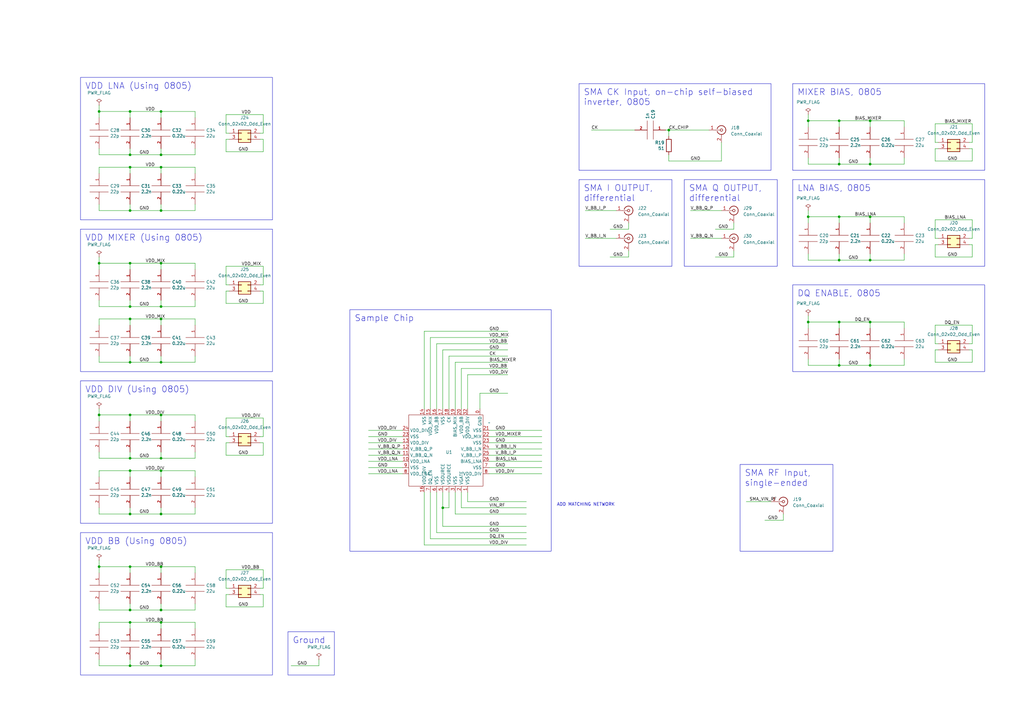
<source format=kicad_sch>
(kicad_sch (version 20250114) (generator "eeschema") (generator_version "9.0")
  (paper "A3")
  (lib_symbols
    (symbol "CCJ04403:CCJ04403" (in_bom no)
      (property "Reference" "U1" (at 0 -0.0314 0))
      (property "Value" "~" (at 16.51 12.0335 0))
      (symbol "CCJ04403_1_1"
        (pin power_in line (at -19.05 8.89 0) (length 2.54) (name "VDD_DIV") (number "24"))
        (pin power_in line (at -19.05 6.35 0) (length 2.54) (name "VSS") (number "23"))
        (pin power_in line (at -19.05 3.81 0) (length 2.54) (name "VDD_DIV") (number "13"))
        (pin output line (at -19.05 1.27 0) (length 2.54) (name "V_BB_Q_P") (number "12"))
        (pin output line (at -19.05 -1.27 0) (length 2.54) (name "V_BB_Q_N") (number "11"))
        (pin power_in line (at -19.05 -3.81 0) (length 2.54) (name "VDD_LNA") (number "10"))
        (pin power_in line (at -19.05 -6.35 0) (length 2.54) (name "VSS") (number "9"))
        (pin power_in line (at -19.05 -8.89 0) (length 2.54) (name "VDD_LNA") (number "8"))
        (pin power_in line (at -10.16 17.78 270) (length 2.54) (name "VSS") (number "14"))
        (pin power_in line (at -10.16 -16.51 90) (length 2.54) (name "VDD_DIV") (number "16"))
        (pin power_in line (at -7.62 17.78 270) (length 2.54) (name "VDD_MIX") (number "15"))
        (pin bidirectional line (at -7.62 -16.51 90) (length 2.54) (name "DQ_EN") (number "7"))
        (pin power_in line (at -5.08 17.78 270) (length 2.54) (name "VDD_BB") (number "16"))
        (pin power_in line (at -5.08 -16.51 90) (length 2.54) (name "VSS") (number "6"))
        (pin power_in line (at -2.54 17.78 270) (length 2.54) (name "VSS") (number "17"))
        (pin bidirectional line (at -2.54 -16.51 90) (length 2.54) (name "VSOURCE") (number "5"))
        (pin input line (at 0 17.78 270) (length 2.54) (name "CK") (number "18"))
        (pin bidirectional line (at 0 -16.51 90) (length 2.54) (name "VSOURCE") (number "4"))
        (pin bidirectional line (at 2.54 17.78 270) (length 2.54) (name "BIAS_MIX") (number "19"))
        (pin power_in line (at 2.54 -16.51 90) (length 2.54) (name "VSS") (number "3"))
        (pin power_in line (at 5.08 17.78 270) (length 2.54) (name "VDD_BB") (number "20"))
        (pin input line (at 5.08 -16.51 90) (length 2.54) (name "VGATE") (number "2"))
        (pin power_in line (at 7.62 17.78 270) (length 2.54) (name "VDD_DIV") (number "32"))
        (pin power_in line (at 7.62 -16.51 90) (length 2.54) (name "VSS") (number "1"))
        (pin power_in line (at 12.7 17.78 270) (length 2.54) (name "GND") (number "0"))
        (pin power_in line (at 16.51 8.89 180) (length 2.54) (name "VSS") (number "21"))
        (pin power_in line (at 16.51 6.35 180) (length 2.54) (name "VDD_MIX") (number "22"))
        (pin power_in line (at 16.51 3.81 180) (length 2.54) (name "VSS") (number "23"))
        (pin output line (at 16.51 1.27 180) (length 2.54) (name "V_BB_I_N") (number "24"))
        (pin output line (at 16.51 -1.27 180) (length 2.54) (name "V_BB_I_P") (number "25"))
        (pin bidirectional line (at 16.51 -3.81 180) (length 2.54) (name "BIAS_LNA") (number "26"))
        (pin power_in line (at 16.51 -6.35 180) (length 2.54) (name "VSS") (number "7"))
        (pin power_in line (at 16.51 -8.89 180) (length 2.54) (name "VDD_DIV") (number "8"))
      )
    )
    (symbol "Connector:Conn_Coaxial" (pin_names (offset 1.016) (hide yes))
      (property "Reference" "J" (at 0.254 3.048 0))
      (property "Value" "Conn_Coaxial" (at 2.921 0 90))
      (symbol "Conn_Coaxial_1_1"
        (pin passive line (at -5.08 0 0) (length 2.54) (name "In") (number "1"))
        (pin passive line (at 0 -5.08 90) (length 2.54) (name "Ext") (number "2"))
      )
    )
    (symbol "Connector_Generic:Conn_02x02_Odd_Even" (pin_names (offset 1.016) (hide yes))
      (property "Reference" "J" (at 1.27 2.54 0))
      (property "Value" "Conn_02x02_Odd_Even" (at 1.27 -5.08 0))
      (symbol "Conn_02x02_Odd_Even_1_1"
        (pin passive line (at -5.08 0 0) (length 3.81) (name "Pin_1") (number "1"))
        (pin passive line (at -5.08 -2.54 0) (length 3.81) (name "Pin_3") (number "3"))
        (pin passive line (at 7.62 0 180) (length 3.81) (name "Pin_2") (number "2"))
        (pin passive line (at 7.62 -2.54 180) (length 3.81) (name "Pin_4") (number "4"))
      )
    )
    (symbol "Connector_Generic:Conn_02x03_Odd_Even" (pin_names (offset 1.016) (hide yes))
      (property "Reference" "J" (at 1.27 5.08 0))
      (property "Value" "Conn_02x03_Odd_Even" (at 1.27 -5.08 0))
      (symbol "Conn_02x03_Odd_Even_1_1"
        (pin passive line (at -5.08 2.54 0) (length 3.81) (name "Pin_1") (number "1"))
        (pin passive line (at -5.08 0 0) (length 3.81) (name "Pin_3") (number "3"))
        (pin passive line (at -5.08 -2.54 0) (length 3.81) (name "Pin_5") (number "5"))
        (pin passive line (at 7.62 2.54 180) (length 3.81) (name "Pin_2") (number "2"))
        (pin passive line (at 7.62 0 180) (length 3.81) (name "Pin_4") (number "4"))
        (pin passive line (at 7.62 -2.54 180) (length 3.81) (name "Pin_6") (number "6"))
      )
    )
    (symbol "Device:R" (pin_numbers (hide yes)) (pin_names (offset 0))
      (property "Reference" "R" (at 2.032 0 90))
      (property "Value" "R" (at 0 0 90))
      (symbol "R_1_1"
        (pin passive line (at 0 3.81 270) (length 1.27) (name "~") (number "1"))
        (pin passive line (at 0 -3.81 90) (length 1.27) (name "~") (number "2"))
      )
    )
    (symbol "PWR_FLAG_1" (power) (pin_numbers (hide yes)) (pin_names (offset 0) (hide yes))
      (property "Value" "PWR_FLAG" (at 0 3.81 0))
      (symbol "PWR_FLAG_1_0_0"
        (pin power_out line (at 0 0 90) (length 0) (name "~") (number "1"))
      )
    )
    (symbol "pspice:C" (pin_names (offset 0.254))
      (property "Reference" "C" (at 2.54 3.81 90))
      (property "Value" "C" (at 2.54 -3.81 90))
      (symbol "C_1_1"
        (pin passive line (at 0 6.35 270) (length 5.08) (name "~") (number "1"))
        (pin passive line (at 0 -6.35 90) (length 5.08) (name "~") (number "2"))
      )
    )
  )
  (text "ADD MATCHING NETWORK\n" (at 240.284 207.01 0) (effects (font (size 1.27 1.27))))
  (text_box "VDD (Using 0805)" (at -118.11 193.04 0) (size 78.74 58.42) (margins 1.905 1.905 1.905 1.905) (effects (font (size 2.54 2.54)) (justify left top)))
  (text_box "DQ ENABLE, 0805" (at 325.12 116.84 0) (size 78.74 35.56) (margins 1.905 1.905 1.905 1.905) (effects (font (size 2.54 2.54)) (justify left top)))
  (text_box "VDD DIV (Using 0805)" (at 33.02 156.21 0) (size 78.74 58.42) (margins 1.905 1.905 1.905 1.905) (effects (font (size 2.54 2.54)) (justify left top)))
  (text_box "Digital Input, 3.3V to 1.8V, 0603" (at -177.8 -11.43 0) (size 68.58 35.56) (margins 1.905 1.905 1.905 1.905) (effects (font (size 2.54 2.54)) (justify left top)))
  (text_box "SMA CK Input, on-chip self-biased inverter, 0805" (at 237.49 34.29 0) (size 78.74 35.56) (margins 1.905 1.905 1.905 1.905) (effects (font (size 2.54 2.54)) (justify left top)))
  (text_box "Ground" (at 118.11 259.08 0) (size 19.05 17.78) (margins 1.905 1.905 1.905 1.905) (effects (font (size 2.54 2.54)) (justify left top)))
  (text_box "For Soldering Practice" (at -177.8 63.5 0) (size 48.26 41.91) (margins 1.905 1.905 1.905 1.905) (effects (font (size 2.54 2.54)) (justify left top)))
  (text_box "Ground" (at -147.32 195.58 0) (size 19.05 17.78) (margins 1.905 1.905 1.905 1.905) (effects (font (size 2.54 2.54)) (justify left top)))
  (text_box "Sample Chip" (at 143.51 127 0) (size 82.55 99.06) (margins 1.905 1.905 1.905 1.905) (effects (font (size 2.54 2.54)) (justify left top)))
  (text_box "Digital Output" (at -72.39 64.77 0) (size 34.29 31.75) (margins 1.905 1.905 1.905 1.905) (effects (font (size 2.54 2.54)) (justify left top)))
  (text_box "VDD BB (Using 0805)" (at 33.02 218.44 0) (size 78.74 58.42) (margins 1.905 1.905 1.905 1.905) (effects (font (size 2.54 2.54)) (justify left top)))
  (text_box "VDD MIXER (Using 0805)" (at 33.02 93.98 0) (size 78.74 58.42) (margins 1.905 1.905 1.905 1.905) (effects (font (size 2.54 2.54)) (justify left top)))
  (text_box "SMA I OUTPUT, \ndifferential" (at 237.49 73.66 0) (size 38.1 35.56) (margins 1.905 1.905 1.905 1.905) (effects (font (size 2.54 2.54)) (justify left top)))
  (text_box "Digital Input, 5V to 1.8V, 0603" (at -177.8 26.67 0) (size 68.58 35.56) (margins 1.905 1.905 1.905 1.905) (effects (font (size 2.54 2.54)) (justify left top)))
  (text_box "LNA BIAS, 0805" (at 325.12 73.66 0) (size 78.74 35.56) (margins 1.905 1.905 1.905 1.905) (effects (font (size 2.54 2.54)) (justify left top)))
  (text_box "Power Supply, 0805" (at -118.11 154.94 0) (size 78.74 35.56) (margins 1.905 1.905 1.905 1.905) (effects (font (size 2.54 2.54)) (justify left top)))
  (text_box "SMA RF Input, \nsingle-ended" (at 303.53 190.5 0) (size 38.1 35.56) (margins 1.905 1.905 1.905 1.905) (effects (font (size 2.54 2.54)) (justify left top)))
  (text_box "SMA Q OUTPUT, \ndifferential" (at 280.67 73.66 0) (size 38.1 35.56) (margins 1.905 1.905 1.905 1.905) (effects (font (size 2.54 2.54)) (justify left top)))
  (text_box "VDD LNA (Using 0805)" (at 33.02 31.75 0) (size 78.74 58.42) (margins 1.905 1.905 1.905 1.905) (effects (font (size 2.54 2.54)) (justify left top)))
  (text_box "SMA Input, \nsingle-ended" (at -199.39 193.04 0) (size 38.1 35.56) (margins 1.905 1.905 1.905 1.905) (effects (font (size 2.54 2.54)) (justify left top)))
  (text_box "SMA Input, on-chip self-biased inverter, 0603" (at -199.39 116.84 0) (size 78.74 35.56) (margins 1.905 1.905 1.905 1.905) (effects (font (size 2.54 2.54)) (justify left top)))
  (text_box "Power Supply, 0603" (at -199.39 154.94 0) (size 78.74 35.56) (margins 1.905 1.905 1.905 1.905) (effects (font (size 2.54 2.54)) (justify left top)))
  (text_box "SMA Input, on-chip self-biased inverter, 0805" (at -118.11 116.84 0) (size 78.74 35.56) (margins 1.905 1.905 1.905 1.905) (effects (font (size 2.54 2.54)) (justify left top)))
  (text_box "SMA OUTPUT, \ndifferential" (at -121.92 64.77 0) (size 38.1 35.56) (margins 1.905 1.905 1.905 1.905) (effects (font (size 2.54 2.54)) (justify left top)))
  (text_box "Digital Input, 5V to 1.8V, 0805" (at -106.68 26.67 0) (size 68.58 35.56) (margins 1.905 1.905 1.905 1.905) (effects (font (size 2.54 2.54)) (justify left top)))
  (text_box "Digital Input, 3.3V to 1.8V, 0805" (at -106.68 -11.43 0) (size 68.58 35.56) (margins 1.905 1.905 1.905 1.905) (effects (font (size 2.54 2.54)) (justify left top)))
  (text_box "MIXER BIAS, 0805" (at 325.12 34.29 0) (size 78.74 35.56) (margins 1.905 1.905 1.905 1.905) (effects (font (size 2.54 2.54)) (justify left top)))
  (junction (at -167.64 170.18))
  (junction (at 40.64 232.41))
  (junction (at -86.36 187.96))
  (junction (at 356.87 67.31))
  (junction (at -85.09 229.87))
  (junction (at -172.72 80.01))
  (junction (at 331.47 132.08))
  (junction (at 40.64 170.18))
  (junction (at 356.87 132.08))
  (junction (at 66.04 232.41))
  (junction (at 53.34 125.73))
  (junction (at 53.34 130.81))
  (junction (at 274.32 53.34))
  (junction (at -97.79 224.79))
  (junction (at 66.04 273.05))
  (junction (at -157.48 97.79))
  (junction (at -77.47 46.99))
  (junction (at -172.72 97.79))
  (junction (at -193.04 170.18))
  (junction (at -81.28 135.89))
  (junction (at 66.04 193.04))
  (junction (at -97.79 207.01))
  (junction (at -93.98 46.99))
  (junction (at 66.04 63.5))
  (junction (at -110.49 207.01))
  (junction (at 53.34 232.41))
  (junction (at 53.34 148.59))
  (junction (at 66.04 45.72))
  (junction (at -85.09 207.01))
  (junction (at 331.47 49.53))
  (junction (at 356.87 49.53))
  (junction (at -97.79 247.65))
  (junction (at 66.04 255.27))
  (junction (at -80.01 8.89))
  (junction (at 66.04 125.73))
  (junction (at 66.04 86.36))
  (junction (at 344.17 88.9))
  (junction (at 344.17 67.31))
  (junction (at 53.34 193.04))
  (junction (at 53.34 63.5))
  (junction (at -85.09 224.79))
  (junction (at -149.86 80.01))
  (junction (at 66.04 68.58))
  (junction (at 53.34 86.36))
  (junction (at 66.04 210.82))
  (junction (at 53.34 210.82))
  (junction (at -134.62 80.01))
  (junction (at 344.17 132.08))
  (junction (at -166.37 46.99))
  (junction (at 356.87 149.86))
  (junction (at 53.34 68.58))
  (junction (at -162.56 135.89))
  (junction (at 53.34 107.95))
  (junction (at 40.64 45.72))
  (junction (at -86.36 170.18))
  (junction (at 66.04 187.96))
  (junction (at 53.34 250.19))
  (junction (at -167.64 187.96))
  (junction (at -97.79 229.87))
  (junction (at 53.34 45.72))
  (junction (at -180.34 187.96))
  (junction (at 53.34 273.05))
  (junction (at 66.04 148.59))
  (junction (at -96.52 8.89))
  (junction (at -111.76 170.18))
  (junction (at -149.86 46.99))
  (junction (at 40.64 107.95))
  (junction (at 181.61 208.28))
  (junction (at 356.87 88.9))
  (junction (at -99.06 170.18))
  (junction (at -85.09 247.65))
  (junction (at 66.04 107.95))
  (junction (at -99.06 187.96))
  (junction (at 66.04 130.81))
  (junction (at 344.17 49.53))
  (junction (at 66.04 170.18))
  (junction (at -167.64 8.89))
  (junction (at -180.34 170.18))
  (junction (at 331.47 88.9))
  (junction (at -149.86 97.79))
  (junction (at 53.34 255.27))
  (junction (at 53.34 187.96))
  (junction (at -151.13 8.89))
  (junction (at 53.34 170.18))
  (junction (at 66.04 250.19))
  (junction (at -157.48 80.01))
  (junction (at 344.17 149.86))
  (junction (at -134.62 97.79))
  (junction (at 356.87 106.68))
  (junction (at 344.17 106.68))
  (wire (pts (xy -111.76 187.96) (xy -111.76 185.42)))
  (wire (pts (xy -58.42 215.9) (xy -57.15 215.9)))
  (wire (pts (xy -63.5 53.34) (xy -60.96 53.34)))
  (wire (pts (xy 80.01 107.95) (xy 66.04 107.95)))
  (wire (pts (xy -148.59 95.25) (xy -149.86 95.25)))
  (wire (pts (xy -82.55 59.69) (xy -77.47 59.69)))
  (wire (pts (xy 107.95 248.92) (xy 92.71 248.92)))
  (wire (pts (xy 40.64 68.58) (xy 40.64 71.12)))
  (wire (pts (xy 53.34 71.12) (xy 53.34 68.58)))
  (wire (pts (xy 344.17 52.07) (xy 344.17 49.53)))
  (wire (pts (xy 66.04 63.5) (xy 80.01 63.5)))
  (wire (pts (xy -151.13 8.89) (xy -151.13 10.16)))
  (wire (pts (xy 80.01 133.35) (xy 80.01 130.81)))
  (wire (pts (xy 181.61 167.64) (xy 181.61 143.51)))
  (wire (pts (xy 92.71 248.92) (xy 92.71 243.84)))
  (wire (pts (xy 383.54 90.17) (xy 383.54 97.79)))
  (wire (pts (xy -59.69 171.45) (xy -59.69 179.07)))
  (wire (pts (xy 40.64 86.36) (xy 40.64 83.82)))
  (wire (pts (xy -180.34 172.72) (xy -180.34 170.18)))
  (wire (pts (xy 40.64 210.82) (xy 53.34 210.82)))
  (wire (pts (xy -142.24 181.61) (xy -140.97 181.61)))
  (wire (pts (xy -59.69 179.07) (xy -58.42 179.07)))
  (wire (pts (xy 274.32 53.34) (xy 274.32 55.88)))
  (wire (pts (xy 106.68 241.3) (xy 107.95 241.3)))
  (wire (pts (xy 331.47 132.08) (xy 331.47 134.62)))
  (wire (pts (xy 151.13 179.07) (xy 165.1 179.07)))
  (wire (pts (xy 184.15 208.28) (xy 181.61 208.28)))
  (wire (pts (xy 106.68 57.15) (xy 107.95 57.15)))
  (wire (pts (xy 186.69 148.59) (xy 208.28 148.59)))
  (wire (pts (xy -93.98 36.83) (xy -93.98 35.56)))
  (wire (pts (xy 179.07 140.97) (xy 208.28 140.97)))
  (wire (pts (xy 331.47 106.68) (xy 331.47 104.14)))
  (wire (pts (xy -110.49 247.65) (xy -97.79 247.65)))
  (wire (pts (xy 200.66 194.31) (xy 222.25 194.31)))
  (wire (pts (xy -48.26 88.9) (xy -45.72 88.9)))
  (wire (pts (xy 398.78 58.42) (xy 398.78 50.8)))
  (wire (pts (xy -157.48 104.14) (xy -157.48 97.79)))
  (wire (pts (xy 40.64 167.64) (xy 40.64 170.18)))
  (wire (pts (xy 383.54 58.42) (xy 384.81 58.42)))
  (wire (pts (xy 200.66 191.77) (xy 222.25 191.77)))
  (wire (pts (xy -111.76 187.96) (xy -99.06 187.96)))
  (wire (pts (xy 92.71 179.07) (xy 93.98 179.07)))
  (wire (pts (xy -149.86 95.25) (xy -149.86 97.79)))
  (wire (pts (xy -142.24 171.45) (xy -127 171.45)))
  (wire (pts (xy -48.26 86.36) (xy -40.64 86.36)))
  (wire (pts (xy -77.47 55.88) (xy -77.47 59.69)))
  (wire (pts (xy -58.42 208.28) (xy -58.42 215.9)))
  (wire (pts (xy -44.45 181.61) (xy -44.45 186.69)))
  (wire (pts (xy -97.79 224.79) (xy -85.09 224.79)))
  (wire (pts (xy -115.57 13.97) (xy -115.57 1.27)))
  (wire (pts (xy 306.07 205.74) (xy 316.23 205.74)))
  (wire (pts (xy 53.34 187.96) (xy 53.34 185.42)))
  (wire (pts (xy 176.53 201.93) (xy 176.53 220.98)))
  (wire (pts (xy -73.66 1.27) (xy -73.66 13.97)))
  (wire (pts (xy -113.03 50.8) (xy -113.03 38.1)))
  (wire (pts (xy -45.72 58.42) (xy -63.5 58.42)))
  (wire (pts (xy 107.95 179.07) (xy 107.95 171.45)))
  (wire (pts (xy -43.18 76.2) (xy -67.31 76.2)))
  (wire (pts (xy 356.87 49.53) (xy 356.87 52.07)))
  (wire (pts (xy 40.64 273.05) (xy 40.64 270.51)))
  (wire (pts (xy -172.72 95.25) (xy -172.72 97.79)))
  (wire (pts (xy -97.79 207.01) (xy -110.49 207.01)))
  (wire (pts (xy -196.85 208.28) (xy -186.69 208.28)))
  (wire (pts (xy 383.54 50.8) (xy 398.78 50.8)))
  (wire (pts (xy 92.71 233.68) (xy 92.71 241.3)))
  (wire (pts (xy -167.64 187.96) (xy -153.67 187.96)))
  (wire (pts (xy -135.89 53.34) (xy -133.35 53.34)))
  (wire (pts (xy 53.34 63.5) (xy 66.04 63.5)))
  (wire (pts (xy -110.49 247.65) (xy -110.49 245.11)))
  (wire (pts (xy 92.71 124.46) (xy 92.71 119.38)))
  (wire (pts (xy 356.87 67.31) (xy 356.87 64.77)))
  (wire (pts (xy -163.83 135.89) (xy -162.56 135.89)))
  (wire (pts (xy 40.64 45.72) (xy 40.64 48.26)))
  (wire (pts (xy -45.72 93.98) (xy -63.5 93.98)))
  (wire (pts (xy -176.53 8.89) (xy -167.64 8.89)))
  (wire (pts (xy -40.64 86.36) (xy -40.64 73.66)))
  (wire (pts (xy 344.17 88.9) (xy 331.47 88.9)))
  (wire (pts (xy 383.54 148.59) (xy 383.54 143.51)))
  (wire (pts (xy 92.71 46.99) (xy 92.71 54.61)))
  (wire (pts (xy 331.47 67.31) (xy 344.17 67.31)))
  (wire (pts (xy 92.71 186.69) (xy 92.71 181.61)))
  (wire (pts (xy 40.64 187.96) (xy 40.64 185.42)))
  (wire (pts (xy -172.72 86.36) (xy -157.48 86.36)))
  (wire (pts (xy 119.38 273.05) (xy 130.81 273.05)))
  (wire (pts (xy 80.01 210.82) (xy 80.01 208.28)))
  (wire (pts (xy -189.23 215.9) (xy -181.61 215.9)))
  (wire (pts (xy -48.26 83.82) (xy -43.18 83.82)))
  (wire (pts (xy -85.09 247.65) (xy -71.12 247.65)))
  (wire (pts (xy 397.51 140.97) (xy 398.78 140.97)))
  (wire (pts (xy 331.47 88.9) (xy 331.47 91.44)))
  (wire (pts (xy -149.86 86.36) (xy -134.62 86.36)))
  (wire (pts (xy 92.71 116.84) (xy 93.98 116.84)))
  (wire (pts (xy 370.84 132.08) (xy 356.87 132.08)))
  (wire (pts (xy -127 181.61) (xy -127 186.69)))
  (wire (pts (xy -71.12 232.41) (xy -71.12 229.87)))
  (wire (pts (xy 331.47 86.36) (xy 331.47 88.9)))
  (wire (pts (xy -119.38 77.47) (xy -106.68 77.47)))
  (wire (pts (xy 189.23 208.28) (xy 215.9 208.28)))
  (wire (pts (xy 181.61 143.51) (xy 208.28 143.51)))
  (wire (pts (xy 66.04 125.73) (xy 66.04 123.19)))
  (wire (pts (xy 80.01 110.49) (xy 80.01 107.95)))
  (wire (pts (xy -118.11 3.81) (xy -142.24 3.81)))
  (wire (pts (xy 356.87 149.86) (xy 370.84 149.86)))
  (wire (pts (xy -149.86 104.14) (xy -134.62 104.14)))
  (wire (pts (xy -142.24 171.45) (xy -142.24 179.07)))
  (wire (pts (xy 107.95 243.84) (xy 107.95 248.92)))
  (wire (pts (xy 53.34 125.73) (xy 53.34 123.19)))
  (wire (pts (xy -99.06 187.96) (xy -99.06 185.42)))
  (wire (pts (xy 92.71 243.84) (xy 93.98 243.84)))
  (wire (pts (xy -128.27 179.07) (xy -127 179.07)))
  (wire (pts (xy 66.04 187.96) (xy 80.01 187.96)))
  (wire (pts (xy -96.52 -1.27) (xy -96.52 -2.54)))
  (wire (pts (xy 53.34 86.36) (xy 66.04 86.36)))
  (wire (pts (xy -63.5 88.9) (xy -60.96 88.9)))
  (wire (pts (xy 53.34 210.82) (xy 53.34 208.28)))
  (wire (pts (xy 107.95 62.23) (xy 92.71 62.23)))
  (wire (pts (xy -139.7 40.64) (xy -139.7 48.26)))
  (wire (pts (xy 53.34 273.05) (xy 53.34 270.51)))
  (wire (pts (xy 92.71 57.15) (xy 93.98 57.15)))
  (wire (pts (xy 107.95 57.15) (xy 107.95 62.23)))
  (wire (pts (xy 176.53 220.98) (xy 215.9 220.98)))
  (wire (pts (xy -157.48 80.01) (xy -157.48 77.47)))
  (wire (pts (xy 66.04 125.73) (xy 80.01 125.73)))
  (wire (pts (xy 274.32 66.04) (xy 295.91 66.04)))
  (wire (pts (xy -139.7 48.26) (xy -133.35 48.26)))
  (wire (pts (xy -172.72 21.59) (xy -167.64 21.59)))
  (wire (pts (xy 66.04 250.19) (xy 80.01 250.19)))
  (wire (pts (xy 173.99 167.64) (xy 173.99 135.89)))
  (wire (pts (xy -167.64 8.89) (xy -167.64 10.16)))
  (wire (pts (xy -85.09 229.87) (xy -85.09 232.41)))
  (wire (pts (xy -115.57 40.64) (xy -139.7 40.64)))
  (wire (pts (xy -110.49 224.79) (xy -97.79 224.79)))
  (wire (pts (xy -172.72 97.79) (xy -172.72 104.14)))
  (wire (pts (xy -101.6 21.59) (xy -96.52 21.59)))
  (wire (pts (xy -123.19 16.51) (xy -120.65 16.51)))
  (wire (pts (xy 53.34 48.26) (xy 53.34 45.72)))
  (wire (pts (xy 184.15 201.93) (xy 184.15 208.28)))
  (wire (pts (xy -134.62 97.79) (xy -134.62 95.25)))
  (wire (pts (xy 383.54 143.51) (xy 384.81 143.51)))
  (wire (pts (xy 250.19 93.98) (xy 257.81 93.98)))
  (wire (pts (xy -48.26 53.34) (xy -45.72 53.34)))
  (wire (pts (xy 331.47 106.68) (xy 344.17 106.68)))
  (wire (pts (xy -40.64 38.1) (xy -69.85 38.1)))
  (wire (pts (xy 80.01 172.72) (xy 80.01 170.18)))
  (wire (pts (xy -77.47 36.83) (xy -77.47 35.56)))
  (wire (pts (xy -113.03 135.89) (xy -95.25 135.89)))
  (wire (pts (xy 66.04 170.18) (xy 53.34 170.18)))
  (wire (pts (xy -149.86 80.01) (xy -149.86 86.36)))
  (wire (pts (xy -69.85 86.36) (xy -60.96 86.36)))
  (wire (pts (xy -142.24 3.81) (xy -142.24 11.43)))
  (wire (pts (xy 80.01 125.73) (xy 80.01 123.19)))
  (wire (pts (xy 397.51 100.33) (xy 398.78 100.33)))
  (wire (pts (xy -111.76 167.64) (xy -111.76 170.18)))
  (wire (pts (xy -123.19 11.43) (xy -118.11 11.43)))
  (wire (pts (xy -175.26 35.56) (xy -166.37 35.56)))
  (wire (pts (xy -86.36 170.18) (xy -99.06 170.18)))
  (wire (pts (xy 179.07 201.93) (xy 179.07 218.44)))
  (wire (pts (xy -158.75 46.99) (xy -149.86 46.99)))
  (wire (pts (xy 397.51 58.42) (xy 398.78 58.42)))
  (wire (pts (xy 151.13 176.53) (xy 165.1 176.53)))
  (wire (pts (xy 107.95 54.61) (xy 107.95 46.99)))
  (wire (pts (xy -81.28 135.89) (xy -81.28 138.43)))
  (wire (pts (xy -59.69 181.61) (xy -58.42 181.61)))
  (wire (pts (xy -44.45 1.27) (xy -73.66 1.27)))
  (wire (pts (xy 92.71 119.38) (xy 93.98 119.38)))
  (wire (pts (xy 383.54 105.41) (xy 383.54 100.33)))
  (wire (pts (xy 66.04 68.58) (xy 66.04 71.12)))
  (wire (pts (xy 151.13 184.15) (xy 165.1 184.15)))
  (wire (pts (xy 80.01 257.81) (xy 80.01 255.27)))
  (wire (pts (xy 173.99 223.52) (xy 215.9 223.52)))
  (wire (pts (xy 66.04 63.5) (xy 66.04 60.96)))
  (wire (pts (xy 80.01 48.26) (xy 80.01 45.72)))
  (wire (pts (xy -110.49 204.47) (xy -110.49 207.01)))
  (wire (pts (xy 92.71 109.22) (xy 107.95 109.22)))
  (wire (pts (xy 383.54 60.96) (xy 384.81 60.96)))
  (wire (pts (xy -80.01 8.89) (xy -80.01 10.16)))
  (wire (pts (xy -162.56 135.89) (xy -144.78 135.89)))
  (wire (pts (xy -43.18 40.64) (xy -67.31 40.64)))
  (wire (pts (xy -128.27 181.61) (xy -127 181.61)))
  (wire (pts (xy -149.86 97.79) (xy -148.59 97.79)))
  (wire (pts (xy 80.01 148.59) (xy 80.01 146.05)))
  (wire (pts (xy 191.77 167.64) (xy 191.77 153.67)))
  (wire (pts (xy 53.34 148.59) (xy 53.34 146.05)))
  (wire (pts (xy 66.04 273.05) (xy 80.01 273.05)))
  (wire (pts (xy 173.99 201.93) (xy 173.99 223.52)))
  (wire (pts (xy -138.43 21.59) (xy -138.43 16.51)))
  (wire (pts (xy 106.68 179.07) (xy 107.95 179.07)))
  (wire (pts (xy -93.98 55.88) (xy -93.98 59.69)))
  (wire (pts (xy 53.34 273.05) (xy 66.04 273.05)))
  (wire (pts (xy 151.13 191.77) (xy 165.1 191.77)))
  (wire (pts (xy -40.64 50.8) (xy -40.64 38.1)))
  (wire (pts (xy 186.69 167.64) (xy 186.69 148.59)))
  (wire (pts (xy -86.36 46.99) (xy -77.47 46.99)))
  (wire (pts (xy 370.84 52.07) (xy 370.84 49.53)))
  (wire (pts (xy 200.66 186.69) (xy 222.25 186.69)))
  (wire (pts (xy -43.18 215.9) (xy -43.18 208.28)))
  (wire (pts (xy 53.34 187.96) (xy 66.04 187.96)))
  (wire (pts (xy 53.34 232.41) (xy 40.64 232.41)))
  (wire (pts (xy -171.45 95.25) (xy -172.72 95.25)))
  (wire (pts (xy 200.66 184.15) (xy 222.25 184.15)))
  (wire (pts (xy 356.87 88.9) (xy 344.17 88.9)))
  (wire (pts (xy 40.64 210.82) (xy 40.64 208.28)))
  (wire (pts (xy 151.13 189.23) (xy 165.1 189.23)))
  (wire (pts (xy 66.04 170.18) (xy 66.04 172.72)))
  (wire (pts (xy -115.57 1.27) (xy -144.78 1.27)))
  (wire (pts (xy -97.79 247.65) (xy -85.09 247.65)))
  (wire (pts (xy 40.64 63.5) (xy 53.34 63.5)))
  (wire (pts (xy 53.34 130.81) (xy 40.64 130.81)))
  (wire (pts (xy 107.95 119.38) (xy 107.95 124.46)))
  (wire (pts (xy 92.71 62.23) (xy 92.71 57.15)))
  (wire (pts (xy -52.07 16.51) (xy -49.53 16.51)))
  (wire (pts (xy -77.47 44.45) (xy -77.47 46.99)))
  (wire (pts (xy 107.95 124.46) (xy 92.71 124.46)))
  (wire (pts (xy 240.03 97.79) (xy 252.73 97.79)))
  (wire (pts (xy 66.04 107.95) (xy 53.34 107.95)))
  (wire (pts (xy -162.56 149.86) (xy -139.7 149.86)))
  (wire (pts (xy -82.55 135.89) (xy -81.28 135.89)))
  (wire (pts (xy 80.01 232.41) (xy 66.04 232.41)))
  (wire (pts (xy -181.61 213.36) (xy -181.61 215.9)))
  (wire (pts (xy 200.66 189.23) (xy 222.25 189.23)))
  (wire (pts (xy -81.28 146.05) (xy -81.28 148.59)))
  (wire (pts (xy -172.72 97.79) (xy -171.45 97.79)))
  (wire (pts (xy 283.21 97.79) (xy 295.91 97.79)))
  (wire (pts (xy 181.61 208.28) (xy 181.61 215.9)))
  (wire (pts (xy -58.42 208.28) (xy -43.18 208.28)))
  (wire (pts (xy -113.03 38.1) (xy -142.24 38.1)))
  (wire (pts (xy 80.01 250.19) (xy 80.01 247.65)))
  (wire (pts (xy -120.65 21.59) (xy -138.43 21.59)))
  (wire (pts (xy -44.45 218.44) (xy -43.18 218.44)))
  (wire (pts (xy 398.78 66.04) (xy 383.54 66.04)))
  (wire (pts (xy -97.79 209.55) (xy -97.79 207.01)))
  (wire (pts (xy 370.84 106.68) (xy 370.84 104.14)))
  (wire (pts (xy -105.41 8.89) (xy -96.52 8.89)))
  (wire (pts (xy 344.17 106.68) (xy 344.17 104.14)))
  (wire (pts (xy 356.87 132.08) (xy 344.17 132.08)))
  (wire (pts (xy 186.69 210.82) (xy 215.9 210.82)))
  (wire (pts (xy 80.01 45.72) (xy 66.04 45.72)))
  (wire (pts (xy -46.99 3.81) (xy -71.12 3.81)))
  (wire (pts (xy 196.85 167.64) (xy 196.85 161.29)))
  (wire (pts (xy 92.71 54.61) (xy 93.98 54.61)))
  (wire (pts (xy 92.71 241.3) (xy 93.98 241.3)))
  (wire (pts (xy -157.48 97.79) (xy -157.48 95.25)))
  (wire (pts (xy -99.06 187.96) (xy -86.36 187.96)))
  (wire (pts (xy -167.64 170.18) (xy -167.64 172.72)))
  (wire (pts (xy 356.87 67.31) (xy 370.84 67.31)))
  (wire (pts (xy 356.87 106.68) (xy 356.87 104.14)))
  (wire (pts (xy 53.34 210.82) (xy 66.04 210.82)))
  (wire (pts (xy 356.87 88.9) (xy 356.87 91.44)))
  (wire (pts (xy -43.18 218.44) (xy -43.18 223.52)))
  (wire (pts (xy -166.37 36.83) (xy -166.37 35.56)))
  (wire (pts (xy -171.45 77.47) (xy -172.72 77.47)))
  (wire (pts (xy -59.69 171.45) (xy -44.45 171.45)))
  (wire (pts (xy -144.78 1.27) (xy -144.78 13.97)))
  (wire (pts (xy -123.19 13.97) (xy -115.57 13.97)))
  (wire (pts (xy -97.79 224.79) (xy -97.79 222.25)))
  (wire (pts (xy -58.42 223.52) (xy -58.42 218.44)))
  (wire (pts (xy 370.84 88.9) (xy 356.87 88.9)))
  (wire (pts (xy -109.22 85.09) (xy -101.6 85.09)))
  (wire (pts (xy 53.34 257.81) (xy 53.34 255.27)))
  (wire (pts (xy -81.28 148.59) (xy -59.69 148.59)))
  (wire (pts (xy 40.64 193.04) (xy 40.64 195.58)))
  (wire (pts (xy 40.64 232.41) (xy 40.64 234.95)))
  (wire (pts (xy -193.04 187.96) (xy -193.04 185.42)))
  (wire (pts (xy -93.98 46.99) (xy -93.98 48.26)))
  (wire (pts (xy -67.31 83.82) (xy -60.96 83.82)))
  (wire (pts (xy 242.57 53.34) (xy 260.35 53.34)))
  (wire (pts (xy 66.04 148.59) (xy 80.01 148.59)))
  (wire (pts (xy -97.79 229.87) (xy -110.49 229.87)))
  (wire (pts (xy -71.12 11.43) (xy -64.77 11.43)))
  (wire (pts (xy -80.01 -1.27) (xy -80.01 -2.54)))
  (wire (pts (xy -172.72 77.47) (xy -172.72 80.01)))
  (wire (pts (xy 176.53 167.64) (xy 176.53 138.43)))
  (wire (pts (xy -149.86 55.88) (xy -149.86 59.69)))
  (wire (pts (xy -151.13 17.78) (xy -151.13 21.59)))
  (wire (pts (xy 257.81 91.44) (xy 257.81 93.98)))
  (wire (pts (xy -153.67 187.96) (xy -153.67 185.42)))
  (wire (pts (xy 53.34 148.59) (xy 66.04 148.59)))
  (wire (pts (xy -120.65 53.34) (xy -118.11 53.34)))
  (wire (pts (xy -69.85 73.66) (xy -69.85 86.36)))
  (wire (pts (xy -149.86 97.79) (xy -149.86 104.14)))
  (wire (pts (xy 293.37 105.41) (xy 300.99 105.41)))
  (wire (pts (xy -134.62 104.14) (xy -134.62 97.79)))
  (wire (pts (xy 66.04 148.59) (xy 66.04 146.05)))
  (wire (pts (xy 189.23 167.64) (xy 189.23 151.13)))
  (wire (pts (xy 181.61 215.9) (xy 215.9 215.9)))
  (wire (pts (xy -118.11 53.34) (xy -118.11 58.42)))
  (wire (pts (xy 40.64 86.36) (xy 53.34 86.36)))
  (wire (pts (xy 53.34 193.04) (xy 40.64 193.04)))
  (wire (pts (xy -135.89 97.79) (xy -134.62 97.79)))
  (wire (pts (xy 344.17 134.62) (xy 344.17 132.08)))
  (wire (pts (xy 295.91 66.04) (xy 295.91 58.42)))
  (wire (pts (xy 344.17 67.31) (xy 344.17 64.77)))
  (wire (pts (xy -180.34 187.96) (xy -167.64 187.96)))
  (wire (pts (xy -97.79 232.41) (xy -97.79 229.87)))
  (wire (pts (xy 344.17 91.44) (xy 344.17 88.9)))
  (wire (pts (xy 53.34 255.27) (xy 40.64 255.27)))
  (wire (pts (xy 66.04 187.96) (xy 66.04 185.42)))
  (wire (pts (xy 344.17 49.53) (xy 331.47 49.53)))
  (wire (pts (xy -93.98 44.45) (xy -93.98 46.99)))
  (wire (pts (xy -180.34 187.96) (xy -180.34 185.42)))
  (wire (pts (xy -120.65 16.51) (xy -120.65 21.59)))
  (wire (pts (xy 196.85 161.29) (xy 208.28 161.29)))
  (wire (pts (xy 273.05 53.34) (xy 274.32 53.34)))
  (wire (pts (xy 53.34 107.95) (xy 40.64 107.95)))
  (wire (pts (xy 53.34 125.73) (xy 66.04 125.73)))
  (wire (pts (xy 356.87 106.68) (xy 370.84 106.68)))
  (wire (pts (xy -85.09 247.65) (xy -85.09 245.11)))
  (wire (pts (xy 53.34 63.5) (xy 53.34 60.96)))
  (wire (pts (xy 40.64 148.59) (xy 40.64 146.05)))
  (wire (pts (xy 383.54 133.35) (xy 383.54 140.97)))
  (wire (pts (xy -167.64 17.78) (xy -167.64 21.59)))
  (wire (pts (xy 66.04 68.58) (xy 53.34 68.58)))
  (wire (pts (xy -162.56 135.89) (xy -162.56 138.43)))
  (wire (pts (xy 53.34 45.72) (xy 40.64 45.72)))
  (wire (pts (xy -101.6 93.98) (xy -101.6 96.52)))
  (wire (pts (xy 383.54 97.79) (xy 384.81 97.79)))
  (wire (pts (xy -67.31 21.59) (xy -67.31 16.51)))
  (wire (pts (xy 106.68 243.84) (xy 107.95 243.84)))
  (wire (pts (xy 344.17 149.86) (xy 356.87 149.86)))
  (wire (pts (xy -193.04 167.64) (xy -193.04 170.18)))
  (wire (pts (xy -175.26 46.99) (xy -166.37 46.99)))
  (wire (pts (xy -119.38 88.9) (xy -106.68 88.9)))
  (wire (pts (xy 151.13 194.31) (xy 165.1 194.31)))
  (wire (pts (xy 92.71 171.45) (xy 107.95 171.45)))
  (wire (pts (xy -176.53 -2.54) (xy -167.64 -2.54)))
  (wire (pts (xy -180.34 170.18) (xy -193.04 170.18)))
  (wire (pts (xy 107.95 186.69) (xy 92.71 186.69)))
  (wire (pts (xy 53.34 110.49) (xy 53.34 107.95)))
  (wire (pts (xy -81.28 135.89) (xy -64.77 135.89)))
  (wire (pts (xy 66.04 210.82) (xy 66.04 208.28)))
  (wire (pts (xy -120.65 50.8) (xy -113.03 50.8)))
  (wire (pts (xy 370.84 67.31) (xy 370.84 64.77)))
  (wire (pts (xy -49.53 21.59) (xy -67.31 21.59)))
  (wire (pts (xy 66.04 45.72) (xy 66.04 48.26)))
  (wire (pts (xy 240.03 86.36) (xy 252.73 86.36)))
  (wire (pts (xy 107.95 181.61) (xy 107.95 186.69)))
  (wire (pts (xy 106.68 116.84) (xy 107.95 116.84)))
  (wire (pts (xy 398.78 100.33) (xy 398.78 105.41)))
  (wire (pts (xy 40.64 107.95) (xy 40.64 110.49)))
  (wire (pts (xy -148.59 77.47) (xy -149.86 77.47)))
  (wire (pts (xy -63.5 93.98) (xy -63.5 88.9)))
  (wire (pts (xy -111.76 170.18) (xy -111.76 172.72)))
  (wire (pts (xy -154.94 59.69) (xy -149.86 59.69)))
  (wire (pts (xy 53.34 68.58) (xy 40.64 68.58)))
  (wire (pts (xy -167.64 -1.27) (xy -167.64 -2.54)))
  (wire (pts (xy 92.71 109.22) (xy 92.71 116.84)))
  (wire (pts (xy 344.17 149.86) (xy 344.17 147.32)))
  (wire (pts (xy -158.75 35.56) (xy -149.86 35.56)))
  (wire (pts (xy 383.54 66.04) (xy 383.54 60.96)))
  (wire (pts (xy -58.42 218.44) (xy -57.15 218.44)))
  (wire (pts (xy -59.69 148.59) (xy -59.69 140.97)))
  (wire (pts (xy 293.37 93.98) (xy 300.99 93.98)))
  (wire (pts (xy -127 179.07) (xy -127 171.45)))
  (wire (pts (xy -77.47 46.99) (xy -77.47 48.26)))
  (wire (pts (xy 344.17 67.31) (xy 356.87 67.31)))
  (wire (pts (xy -135.89 58.42) (xy -135.89 53.34)))
  (wire (pts (xy 398.78 97.79) (xy 398.78 90.17)))
  (wire (pts (xy -134.62 95.25) (xy -135.89 95.25)))
  (wire (pts (xy 40.64 43.18) (xy 40.64 45.72)))
  (wire (pts (xy -172.72 80.01) (xy -172.72 86.36)))
  (wire (pts (xy -142.24 38.1) (xy -142.24 50.8)))
  (wire (pts (xy -127 186.69) (xy -142.24 186.69)))
  (wire (pts (xy 53.34 133.35) (xy 53.34 130.81)))
  (wire (pts (xy 398.78 148.59) (xy 383.54 148.59)))
  (wire (pts (xy 179.07 167.64) (xy 179.07 140.97)))
  (wire (pts (xy -153.67 170.18) (xy -167.64 170.18)))
  (wire (pts (xy -162.56 146.05) (xy -162.56 149.86)))
  (wire (pts (xy -142.24 179.07) (xy -140.97 179.07)))
  (wire (pts (xy 383.54 133.35) (xy 398.78 133.35)))
  (wire (pts (xy -166.37 46.99) (xy -166.37 48.26)))
  (wire (pts (xy -193.04 170.18) (xy -193.04 172.72)))
  (wire (pts (xy -110.49 229.87) (xy -110.49 232.41)))
  (wire (pts (xy 80.01 187.96) (xy 80.01 185.42)))
  (wire (pts (xy 40.64 229.87) (xy 40.64 232.41)))
  (wire (pts (xy -67.31 16.51) (xy -64.77 16.51)))
  (wire (pts (xy -118.11 11.43) (xy -118.11 3.81)))
  (wire (pts (xy 186.69 201.93) (xy 186.69 210.82)))
  (wire (pts (xy 92.71 181.61) (xy 93.98 181.61)))
  (wire (pts (xy 331.47 67.31) (xy 331.47 64.77)))
  (wire (pts (xy 66.04 130.81) (xy 66.04 133.35)))
  (wire (pts (xy 200.66 176.53) (xy 222.25 176.53)))
  (wire (pts (xy 300.99 91.44) (xy 300.99 93.98)))
  (wire (pts (xy -96.52 6.35) (xy -96.52 8.89)))
  (wire (pts (xy -71.12 207.01) (xy -85.09 207.01)))
  (wire (pts (xy 370.84 149.86) (xy 370.84 147.32)))
  (wire (pts (xy 370.84 134.62) (xy 370.84 132.08)))
  (wire (pts (xy -167.64 170.18) (xy -180.34 170.18)))
  (wire (pts (xy 92.71 233.68) (xy 107.95 233.68)))
  (wire (pts (xy 80.01 255.27) (xy 66.04 255.27)))
  (wire (pts (xy 331.47 46.99) (xy 331.47 49.53)))
  (wire (pts (xy -88.9 8.89) (xy -80.01 8.89)))
  (wire (pts (xy 66.04 45.72) (xy 53.34 45.72)))
  (wire (pts (xy 40.64 273.05) (xy 53.34 273.05)))
  (wire (pts (xy -109.22 96.52) (xy -101.6 96.52)))
  (wire (pts (xy -48.26 50.8) (xy -40.64 50.8)))
  (wire (pts (xy -88.9 -2.54) (xy -80.01 -2.54)))
  (wire (pts (xy 331.47 129.54) (xy 331.47 132.08)))
  (wire (pts (xy -149.86 44.45) (xy -149.86 46.99)))
  (wire (pts (xy 176.53 138.43) (xy 208.28 138.43)))
  (wire (pts (xy -72.39 172.72) (xy -72.39 170.18)))
  (wire (pts (xy -167.64 187.96) (xy -167.64 185.42)))
  (wire (pts (xy 283.21 86.36) (xy 295.91 86.36)))
  (wire (pts (xy 200.66 181.61) (xy 222.25 181.61)))
  (wire (pts (xy 66.04 210.82) (xy 80.01 210.82)))
  (wire (pts (xy -102.87 35.56) (xy -93.98 35.56)))
  (wire (pts (xy -72.39 170.18) (xy -86.36 170.18)))
  (wire (pts (xy -142.24 50.8) (xy -133.35 50.8)))
  (wire (pts (xy -101.6 82.55) (xy -101.6 85.09)))
  (wire (pts (xy -46.99 11.43) (xy -46.99 3.81)))
  (wire (pts (xy -139.7 140.97) (xy -139.7 149.86)))
  (wire (pts (xy 53.34 234.95) (xy 53.34 232.41)))
  (wire (pts (xy 66.04 255.27) (xy 53.34 255.27)))
  (wire (pts (xy -44.45 179.07) (xy -44.45 171.45)))
  (wire (pts (xy -134.62 77.47) (xy -135.89 77.47)))
  (wire (pts (xy 397.51 97.79) (xy 398.78 97.79)))
  (wire (pts (xy -67.31 48.26) (xy -60.96 48.26)))
  (wire (pts (xy -80.01 6.35) (xy -80.01 8.89)))
  (wire (pts (xy -138.43 16.51) (xy -135.89 16.51)))
  (wire (pts (xy -48.26 48.26) (xy -43.18 48.26)))
  (wire (pts (xy 356.87 49.53) (xy 344.17 49.53)))
  (wire (pts (xy -86.36 187.96) (xy -86.36 185.42)))
  (wire (pts (xy 356.87 132.08) (xy 356.87 134.62)))
  (wire (pts (xy -49.53 16.51) (xy -49.53 21.59)))
  (wire (pts (xy 191.77 205.74) (xy 215.9 205.74)))
  (wire (pts (xy 274.32 53.34) (xy 290.83 53.34)))
  (wire (pts (xy -80.01 17.78) (xy -80.01 21.59)))
  (wire (pts (xy -71.12 3.81) (xy -71.12 11.43)))
  (wire (pts (xy 179.07 218.44) (xy 215.9 218.44)))
  (wire (pts (xy -135.89 80.01) (xy -134.62 80.01)))
  (wire (pts (xy 151.13 181.61) (xy 165.1 181.61)))
  (wire (pts (xy 189.23 151.13) (xy 208.28 151.13)))
  (wire (pts (xy 66.04 250.19) (xy 66.04 247.65)))
  (wire (pts (xy 383.54 90.17) (xy 398.78 90.17)))
  (wire (pts (xy 313.69 213.36) (xy 321.31 213.36)))
  (wire (pts (xy 40.64 130.81) (xy 40.64 133.35)))
  (wire (pts (xy 53.34 195.58) (xy 53.34 193.04)))
  (wire (pts (xy -171.45 59.69) (xy -166.37 59.69)))
  (wire (pts (xy 189.23 201.93) (xy 189.23 208.28)))
  (wire (pts (xy 184.15 146.05) (xy 208.28 146.05)))
  (wire (pts (xy -160.02 8.89) (xy -151.13 8.89)))
  (wire (pts (xy -153.67 172.72) (xy -153.67 170.18)))
  (wire (pts (xy -149.86 36.83) (xy -149.86 35.56)))
  (wire (pts (xy 66.04 255.27) (xy 66.04 257.81)))
  (wire (pts (xy -120.65 48.26) (xy -115.57 48.26)))
  (wire (pts (xy -71.12 209.55) (xy -71.12 207.01)))
  (wire (pts (xy -45.72 53.34) (xy -45.72 58.42)))
  (wire (pts (xy 66.04 86.36) (xy 80.01 86.36)))
  (wire (pts (xy -167.64 6.35) (xy -167.64 8.89)))
  (wire (pts (xy -149.86 77.47) (xy -149.86 80.01)))
  (wire (pts (xy 40.64 187.96) (xy 53.34 187.96)))
  (wire (pts (xy 300.99 102.87) (xy 300.99 105.41)))
  (wire (pts (xy -96.52 8.89) (xy -96.52 10.16)))
  (wire (pts (xy -134.62 80.01) (xy -134.62 77.47)))
  (wire (pts (xy 66.04 107.95) (xy 66.04 110.49)))
  (wire (pts (xy 40.64 170.18) (xy 40.64 172.72)))
  (wire (pts (xy 40.64 63.5) (xy 40.64 60.96)))
  (wire (pts (xy 66.04 193.04) (xy 53.34 193.04)))
  (wire (pts (xy 106.68 54.61) (xy 107.95 54.61)))
  (wire (pts (xy -157.48 86.36) (xy -157.48 80.01)))
  (wire (pts (xy -73.66 13.97) (xy -64.77 13.97)))
  (wire (pts (xy -156.21 21.59) (xy -151.13 21.59)))
  (wire (pts (xy 383.54 50.8) (xy 383.54 58.42)))
  (wire (pts (xy -196.85 135.89) (xy -176.53 135.89)))
  (wire (pts (xy 66.04 130.81) (xy 53.34 130.81)))
  (wire (pts (xy 151.13 186.69) (xy 165.1 186.69)))
  (wire (pts (xy 80.01 86.36) (xy 80.01 83.82)))
  (wire (pts (xy 200.66 179.07) (xy 222.25 179.07)))
  (wire (pts (xy 92.71 171.45) (xy 92.71 179.07)))
  (wire (pts (xy 80.01 63.5) (xy 80.01 60.96)))
  (wire (pts (xy 184.15 167.64) (xy 184.15 146.05)))
  (wire (pts (xy 383.54 100.33) (xy 384.81 100.33)))
  (wire (pts (xy 106.68 181.61) (xy 107.95 181.61)))
  (wire (pts (xy -45.72 181.61) (xy -44.45 181.61)))
  (wire (pts (xy 80.01 170.18) (xy 66.04 170.18)))
  (wire (pts (xy -172.72 104.14) (xy -157.48 104.14)))
  (wire (pts (xy 397.51 60.96) (xy 398.78 60.96)))
  (wire (pts (xy -172.72 80.01) (xy -171.45 80.01)))
  (wire (pts (xy -45.72 179.07) (xy -44.45 179.07)))
  (wire (pts (xy 356.87 149.86) (xy 356.87 147.32)))
  (wire (pts (xy -151.13 6.35) (xy -151.13 8.89)))
  (wire (pts (xy -85.09 229.87) (xy -97.79 229.87)))
  (wire (pts (xy -151.13 -1.27) (xy -151.13 -2.54)))
  (wire (pts (xy -44.45 186.69) (xy -59.69 186.69)))
  (wire (pts (xy 66.04 86.36) (xy 66.04 83.82)))
  (wire (pts (xy -99.06 172.72) (xy -99.06 170.18)))
  (wire (pts (xy 40.64 125.73) (xy 53.34 125.73)))
  (wire (pts (xy 66.04 232.41) (xy 66.04 234.95)))
  (wire (pts (xy -67.31 76.2) (xy -67.31 83.82)))
  (wire (pts (xy 397.51 143.51) (xy 398.78 143.51)))
  (wire (pts (xy -115.57 48.26) (xy -115.57 40.64)))
  (wire (pts (xy -40.64 73.66) (xy -69.85 73.66)))
  (wire (pts (xy 40.64 255.27) (xy 40.64 257.81)))
  (wire (pts (xy 344.17 106.68) (xy 356.87 106.68)))
  (wire (pts (xy -102.87 46.99) (xy -93.98 46.99)))
  (wire (pts (xy -85.09 21.59) (xy -80.01 21.59)))
  (wire (pts (xy -85.09 224.79) (xy -85.09 222.25)))
  (wire (pts (xy -97.79 247.65) (xy -97.79 245.11)))
  (wire (pts (xy -86.36 170.18) (xy -86.36 172.72)))
  (wire (pts (xy -85.09 207.01) (xy -85.09 209.55)))
  (wire (pts (xy -149.86 80.01) (xy -148.59 80.01)))
  (wire (pts (xy 80.01 71.12) (xy 80.01 68.58)))
  (wire (pts (xy -44.45 215.9) (xy -43.18 215.9)))
  (wire (pts (xy 66.04 193.04) (xy 66.04 195.58)))
  (wire (pts (xy 80.01 193.04) (xy 66.04 193.04)))
  (wire (pts (xy -166.37 44.45) (xy -166.37 46.99)))
  (wire (pts (xy 53.34 250.19) (xy 66.04 250.19)))
  (wire (pts (xy 53.34 170.18) (xy 40.64 170.18)))
  (wire (pts (xy -118.11 58.42) (xy -135.89 58.42)))
  (wire (pts (xy 92.71 46.99) (xy 107.95 46.99)))
  (wire (pts (xy -157.48 95.25) (xy -158.75 95.25)))
  (wire (pts (xy 398.78 60.96) (xy 398.78 66.04)))
  (wire (pts (xy -52.07 13.97) (xy -44.45 13.97)))
  (wire (pts (xy -71.12 229.87) (xy -85.09 229.87)))
  (wire (pts (xy 106.68 119.38) (xy 107.95 119.38)))
  (wire (pts (xy -44.45 13.97) (xy -44.45 1.27)))
  (wire (pts (xy -71.12 247.65) (xy -71.12 245.11)))
  (wire (pts (xy -99.06 170.18) (xy -111.76 170.18)))
  (wire (pts (xy -158.75 80.01) (xy -157.48 80.01)))
  (wire (pts (xy 66.04 232.41) (xy 53.34 232.41)))
  (wire (pts (xy -45.72 88.9) (xy -45.72 93.98)))
  (wire (pts (xy -72.39 187.96) (xy -72.39 185.42)))
  (wire (pts (xy 40.64 250.19) (xy 53.34 250.19)))
  (wire (pts (xy 66.04 273.05) (xy 66.04 270.51)))
  (wire (pts (xy 40.64 125.73) (xy 40.64 123.19)))
  (wire (pts (xy -158.75 97.79) (xy -157.48 97.79)))
  (wire (pts (xy -149.86 46.99) (xy -149.86 48.26)))
  (wire (pts (xy -134.62 86.36) (xy -134.62 80.01)))
  (wire (pts (xy -160.02 -2.54) (xy -151.13 -2.54)))
  (wire (pts (xy -86.36 35.56) (xy -77.47 35.56)))
  (wire (pts (xy 80.01 195.58) (xy 80.01 193.04)))
  (wire (pts (xy -96.52 17.78) (xy -96.52 21.59)))
  (wire (pts (xy -142.24 11.43) (xy -135.89 11.43)))
  (wire (pts (xy -157.48 77.47) (xy -158.75 77.47)))
  (wire (pts (xy 321.31 210.82) (xy 321.31 213.36)))
  (wire (pts (xy 80.01 273.05) (xy 80.01 270.51)))
  (wire (pts (xy 344.17 132.08) (xy 331.47 132.08)))
  (wire (pts (xy 274.32 63.5) (xy 274.32 66.04)))
  (wire (pts (xy 331.47 149.86) (xy 331.47 147.32)))
  (wire (pts (xy 370.84 49.53) (xy 356.87 49.53)))
  (wire (pts (xy -69.85 50.8) (xy -60.96 50.8)))
  (wire (pts (xy -85.09 224.79) (xy -71.12 224.79)))
  (wire (pts (xy 40.64 148.59) (xy 53.34 148.59)))
  (wire (pts (xy -193.04 187.96) (xy -180.34 187.96)))
  (wire (pts (xy 181.61 201.93) (xy 181.61 208.28)))
  (wire (pts (xy -146.05 209.55) (xy -134.62 209.55)))
  (wire (pts (xy -166.37 55.88) (xy -166.37 59.69)))
  (wire (pts (xy -43.18 48.26) (xy -43.18 40.64)))
  (wire (pts (xy 40.64 105.41) (xy 40.64 107.95)))
  (wire (pts (xy -52.07 11.43) (xy -46.99 11.43)))
  (wire (pts (xy 257.81 102.87) (xy 257.81 105.41)))
  (wire (pts (xy 370.84 91.44) (xy 370.84 88.9)))
  (wire (pts (xy 80.01 130.81) (xy 66.04 130.81)))
  (wire (pts (xy -99.06 59.69) (xy -93.98 59.69)))
  (wire (pts (xy 398.78 140.97) (xy 398.78 133.35)))
  (wire (pts (xy -105.41 -2.54) (xy -96.52 -2.54)))
  (wire (pts (xy 250.19 105.41) (xy 257.81 105.41)))
  (wire (pts (xy -63.5 58.42) (xy -63.5 53.34)))
  (wire (pts (xy 40.64 250.19) (xy 40.64 247.65)))
  (wire (pts (xy -134.62 207.01) (xy -134.62 209.55)))
  (wire (pts (xy -110.49 207.01) (xy -110.49 209.55)))
  (wire (pts (xy 191.77 153.67) (xy 208.28 153.67)))
  (wire (pts (xy 383.54 140.97) (xy 384.81 140.97)))
  (wire (pts (xy 398.78 105.41) (xy 383.54 105.41)))
  (wire (pts (xy -43.18 83.82) (xy -43.18 76.2)))
  (wire (pts (xy -85.09 207.01) (xy -97.79 207.01)))
  (wire (pts (xy -69.85 38.1) (xy -69.85 50.8)))
  (wire (pts (xy 331.47 149.86) (xy 344.17 149.86)))
  (wire (pts (xy 173.99 135.89) (xy 208.28 135.89)))
  (wire (pts (xy 107.95 241.3) (xy 107.95 233.68)))
  (wire (pts (xy 130.81 270.51) (xy 130.81 273.05)))
  (wire (pts (xy 80.01 68.58) (xy 66.04 68.58)))
  (wire (pts (xy -67.31 40.64) (xy -67.31 48.26)))
  (wire (pts (xy 53.34 86.36) (xy 53.34 83.82)))
  (wire (pts (xy 331.47 49.53) (xy 331.47 52.07)))
  (wire (pts (xy -144.78 13.97) (xy -135.89 13.97)))
  (wire (pts (xy 398.78 143.51) (xy 398.78 148.59)))
  (wire (pts (xy -110.49 224.79) (xy -110.49 222.25)))
  (wire (pts (xy -71.12 224.79) (xy -71.12 222.25)))
  (wire (pts (xy -86.36 187.96) (xy -72.39 187.96)))
  (wire (pts (xy -142.24 186.69) (xy -142.24 181.61)))
  (wire (pts (xy 80.01 234.95) (xy 80.01 232.41)))
  (wire (pts (xy -59.69 186.69) (xy -59.69 181.61)))
  (wire (pts (xy 107.95 116.84) (xy 107.95 109.22)))
  (wire (pts (xy -43.18 223.52) (xy -58.42 223.52)))
  (wire (pts (xy 191.77 201.93) (xy 191.77 205.74)))
  (wire (pts (xy 53.34 172.72) (xy 53.34 170.18)))
  (wire (pts (xy 53.34 250.19) (xy 53.34 247.65)))
  (label "C0_5V" (at -175.26 35.56 0))
  (label "BIAS_MIXER" (at 200.66 148.59 0))
  (label "B0_3p3V" (at -62.23 3.81 0))
  (label "GND" (at -85.09 21.59 0))
  (label "V_BB_I_P" (at 240.03 86.36 0))
  (label "C0_1p8V" (at -175.26 46.99 0))
  (label "BIAS_MIXER" (at 350.52 49.53 0))
  (label "SMA_SB_0805_INN" (at -113.03 135.89 0))
  (label "GND" (at -57.15 93.98 0))
  (label "GND" (at 97.79 186.69 0))
  (label "V_BB_Q_N" (at 154.94 186.69 0))
  (label "GND" (at 57.15 250.19 0))
  (label "GND" (at -129.54 58.42 0))
  (label "GND" (at 57.15 125.73 0))
  (label "D0_5V" (at -58.42 40.64 0))
  (label "VDD_LNA" (at 154.94 194.31 0))
  (label "GND" (at 251.46 105.41 0))
  (label "GND" (at 57.15 210.82 0))
  (label "VDD_0603" (at -173.99 170.18 0))
  (label "GND" (at 314.96 213.36 0))
  (label "E1" (at -58.42 73.66 0))
  (label "GND" (at 121.92 273.05 0))
  (label "GND" (at -60.96 21.59 0))
  (label "GND" (at -143.51 209.55 0))
  (label "GND" (at -101.6 21.59 0))
  (label "VDD_MIX" (at 99.06 109.22 0))
  (label "GND" (at 57.15 273.05 0))
  (label "BIAS_LNA" (at 350.52 88.9 0))
  (label "VDD_DIV" (at 59.69 170.18 0))
  (label "GND" (at -143.51 104.14 0))
  (label "V_BB_Q_P" (at 283.21 86.36 0))
  (label "GND" (at 388.62 105.41 0))
  (label "GND" (at -166.37 86.36 0))
  (label "GND" (at -95.25 187.96 0))
  (label "D0_5V" (at -102.87 35.56 0))
  (label "GND" (at 347.98 106.68 0))
  (label "B0_3p3V" (at -105.41 -2.54 0))
  (label "A0_3p3V" (at -176.53 -2.54 0))
  (label "GND" (at 154.94 191.77 0))
  (label "A1_3p3V" (at -133.35 1.27 0))
  (label "BIAS_LNA" (at 203.2 189.23 0))
  (label "A0_3p3V" (at -133.35 3.81 0))
  (label "VDD_0805" (at -55.88 171.45 0))
  (label "B1_3p3V" (at -62.23 1.27 0))
  (label "VDD_DIV" (at 200.66 153.67 0))
  (label "VDD_BB" (at 59.69 232.41 0))
  (label "GND" (at 294.64 93.98 0))
  (label "GND" (at -153.67 149.86 0))
  (label "GND" (at 200.66 215.9 0))
  (label "GND" (at 97.79 62.23 0))
  (label "GND" (at -99.06 59.69 0))
  (label "VDD_MIX" (at 59.69 130.81 0))
  (label "VDD_DIV" (at 59.69 193.04 0))
  (label "GND" (at -72.39 148.59 0))
  (label "B1_1p8V" (at -88.9 8.89 0))
  (label "D0_1p8V" (at -102.87 46.99 0))
  (label "GND" (at 97.79 248.92 0))
  (label "GND" (at -187.96 215.9 0))
  (label "V_BB_Q_N" (at 283.21 97.79 0))
  (label "BIAS_MIXER" (at 387.35 50.8 0))
  (label "C1_5V" (at -158.75 35.56 0))
  (label "DQ_EN" (at 350.52 132.08 0))
  (label "V_BB_Q_P" (at 154.94 184.15 0))
  (label "D1_5V" (at -58.42 38.1 0))
  (label "GND" (at -172.72 21.59 0))
  (label "GND" (at -143.51 86.36 0))
  (label "VDD" (at -52.07 208.28 0))
  (label "D1_5V" (at -86.36 35.56 0))
  (label "C0_5V" (at -130.81 40.64 0))
  (label "VDD_DIV" (at 200.66 223.52 0))
  (label "GND" (at 283.21 66.04 0))
  (label "C1_5V" (at -130.81 38.1 0))
  (label "SMA_SB_0603_IN" (at -161.29 135.89 0))
  (label "GND" (at -156.21 21.59 0))
  (label "GND" (at -57.15 58.42 0))
  (label "GND" (at 57.15 63.5 0))
  (label "GND" (at 200.66 161.29 0))
  (label "DQ_EN" (at 200.66 220.98 0))
  (label "A1_3p3V" (at -160.02 -2.54 0))
  (label "GND" (at -176.53 187.96 0))
  (label "GND" (at 200.66 143.51 0))
  (label "GND" (at 200.66 135.89 0))
  (label "V_BB_I_N" (at 203.2 184.15 0))
  (label "GND" (at -93.98 224.79 0))
  (label "SMA_DIFF_N" (at -119.38 88.9 0))
  (label "VIN_RF" (at 200.66 208.28 0))
  (label "GND" (at -171.45 59.69 0))
  (label "VDD_BB" (at 200.66 140.97 0))
  (label "VDD_LNA" (at 154.94 189.23 0))
  (label "CK" (at 200.66 146.05 0))
  (label "GND" (at 251.46 93.98 0))
  (label "GND" (at 388.62 66.04 0))
  (label "C1_1p8V" (at -158.75 46.99 0))
  (label "GND" (at -53.34 223.52 0))
  (label "GND" (at 203.2 176.53 0))
  (label "VDD_MIX" (at 59.69 107.95 0))
  (label "B1_3p3V" (at -88.9 -2.54 0))
  (label "B0_1p8V" (at -105.41 8.89 0))
  (label "VDD" (at 59.69 45.72 0))
  (label "VDD_BB" (at 59.69 255.27 0))
  (label "VDD" (at -91.44 229.87 0))
  (label "V_BB_I_P" (at 203.2 186.69 0))
  (label "GND" (at 203.2 181.61 0))
  (label "GND" (at -166.37 104.14 0))
  (label "VDD_0603" (at -138.43 171.45 0))
  (label "GND" (at -154.94 59.69 0))
  (label "GND" (at 347.98 149.86 0))
  (label "GND" (at -132.08 21.59 0))
  (label "GND" (at 388.62 148.59 0))
  (label "GND" (at -137.16 186.69 0))
  (label "GND" (at 203.2 191.77 0))
  (label "GND" (at -107.95 96.52 0))
  (label "GND" (at 200.66 205.74 0))
  (label "VDD_0805" (at -92.71 170.18 0))
  (label "SMA_SB_0805_IN" (at -81.28 135.89 0))
  (label "VDD_BB" (at 200.66 151.13 0))
  (label "GND" (at 200.66 210.82 0))
  (label "GND" (at 57.15 86.36 0))
  (label "VDD_MIX" (at 200.66 138.43 0))
  (label "CK_CHIP" (at 274.32 53.34 0))
  (label "VDD_DIV" (at 154.94 181.61 0))
  (label "GND" (at -82.55 59.69 0))
  (label "GND" (at 154.94 179.07 0))
  (label "GND" (at 57.15 148.59 0))
  (label "GND" (at 97.79 124.46 0))
  (label "GND" (at -107.95 85.09 0))
  (label "GND" (at -54.61 186.69 0))
  (label "GND" (at 200.66 218.44 0))
  (label "D1_1p8V" (at -86.36 46.99 0))
  (label "VDD_DIV" (at 203.2 194.31 0))
  (label "V_BB_I_N" (at 240.03 97.79 0))
  (label "VDD" (at 59.69 68.58 0))
  (label "SMA_VIN_RF" (at 307.34 205.74 0))
  (label "VDD_DIV" (at 154.94 176.53 0))
  (label "GND" (at -93.98 247.65 0))
  (label "VDD" (at -91.44 207.01 0))
  (label "DQ_EN" (at 387.35 133.35 0))
  (label "SMA_DIFF_P" (at -119.38 77.47 0))
  (label "SMA_SB_0603_INN" (at -194.31 135.89 0))
  (label "GND" (at 294.64 105.41 0))
  (label "A0_1p8V" (at -176.53 8.89 0))
  (label "SMA_SE" (at -195.58 208.28 0))
  (label "VDD_BB" (at 99.06 233.68 0))
  (label "GND" (at 57.15 187.96 0))
  (label "CK" (at 242.57 53.34 0))
  (label "E0" (at -58.42 76.2 0))
  (label "A1_1p8V" (at -160.02 8.89 0))
  (label "VDD_DIV" (at 99.06 171.45 0))
  (label "BIAS_LNA" (at 387.35 90.17 0))
  (label "GND" (at 347.98 67.31 0))
  (label "VDD_MIXER" (at 203.2 179.07 0))
  (label "VDD" (at 99.06 46.99 0))
  (symbol (lib_id "Connector_Generic:Conn_02x02_Odd_Even") (at -166.37 77.47 0) (unit 1) (in_bom no)
    (property "Reference" "J14" (at -165.1 71.12 0))
    (property "Value" "Conn_02x02_Odd_Even" (at -165.1 73.66 0))
    (property "Footprint" "Connector_PinHeader_2.54mm:PinHeader_2x02_P2.54mm_Vertical" (effects (hide yes)))
  )
  (symbol (lib_id "Connector_Generic:Conn_02x02_Odd_Even") (at 389.89 97.79 0) (unit 1) (in_bom no)
    (property "Reference" "J20" (at 391.16 91.44 0))
    (property "Value" "Conn_02x02_Odd_Even" (at 391.16 93.98 0))
    (property "Footprint" "Connector_PinHeader_2.54mm:PinHeader_2x02_P2.54mm_Vertical" (effects (hide yes)))
  )
  (symbol (lib_id "Connector_Generic:Conn_02x02_Odd_Even") (at -53.34 179.07 0) (unit 1) (in_bom no)
    (property "Reference" "J8" (at -52.07 172.72 0))
    (property "Value" "Conn_02x02_Odd_Even" (at -52.07 175.26 0))
    (property "Footprint" "Connector_PinHeader_2.54mm:PinHeader_2x02_P2.54mm_Vertical" (effects (hide yes)))
  )
  (symbol (lib_name "PWR_FLAG_1") (lib_id "power:PWR_FLAG") (at 40.64 105.41 0) (unit 1)
    (property "Reference" "#FLG08" (effects (hide yes)))
    (property "Value" "PWR_FLAG" (at 40.64 100.33 0))
    (property "Description" "Special symbol for telling ERC where power comes from" (effects (hide yes)))
  )
  (symbol (lib_id "Device:R") (at -167.64 13.97 0) (unit 1)
    (property "Reference" "R2" (at -165.862 12.8016 0) (effects (justify left)))
    (property "Value" "1K" (at -165.862 15.113 0) (effects (justify left)))
    (property "Footprint" "Resistor_SMD:R_0603_1608Metric_Pad0.98x0.95mm_HandSolder" (effects (hide yes)))
    (property "Description" "-55℃~+155℃ 100mW 1kΩ 75V Thick Film Resistor ±1% ±100ppm/℃ 0603 Chip Resistor - Surface Mount ROHS" (effects (hide yes)))
    (property "Package" "0603" (effects (hide yes)))
    (property "LCSC Part #" "C21190" (effects (hide yes)))
  )
  (symbol (lib_id "Device:R") (at -93.98 40.64 0) (unit 1)
    (property "Reference" "R16" (at -92.202 39.4716 0) (effects (justify left)))
    (property "Value" "2.2K" (at -92.202 41.783 0) (effects (justify left)))
    (property "Footprint" "Resistor_SMD:R_0805_2012Metric_Pad1.20x1.40mm_HandSolder" (effects (hide yes)))
    (property "Description" "-55℃~+155℃ 125mW 150V 2.2kΩ Thick Film Resistor ±1% ±100ppm/℃ 0805 Chip Resistor - Surface Mount ROHS" (effects (hide yes)))
    (property "Package" "0805" (effects (hide yes)))
    (property "LCSC Part #" "C17520" (effects (hide yes)))
  )
  (symbol (lib_id "pspice:C") (at -170.18 135.89 270) (mirror x) (unit 1)
    (property "Reference" "C1" (at -169.0116 131.3688 0) (effects (justify left)))
    (property "Value" "1n" (at -171.323 131.3688 0) (effects (justify left)))
    (property "Footprint" "Capacitor_SMD:C_0603_1608Metric_Pad1.08x0.95mm_HandSolder" (effects (hide yes)))
    (property "Description" "1nF 50V X7R ±10% 0603 Multilayer Ceramic Capacitors MLCC - SMD/SMT ROHS" (effects (hide yes)))
    (property "Package" "0603" (effects (hide yes)))
    (property "LCSC Part #" "C1588" (effects (hide yes)))
  )
  (symbol (lib_id "pspice:C") (at 80.01 116.84 0) (unit 1)
    (property "Reference" "C42" (at 84.5312 115.6716 0) (effects (justify left)))
    (property "Value" "22u" (at 84.5312 117.983 0) (effects (justify left)))
    (property "Footprint" "Capacitor_SMD:C_0805_2012Metric_Pad1.18x1.45mm_HandSolder" (effects (hide yes)))
    (property "Description" "22uF 25V X5R ±20% 0805 Multilayer Ceramic Capacitors MLCC - SMD/SMT ROHS" (effects (hide yes)))
    (property "Package" "0805" (effects (hide yes)))
    (property "LCSC Part #" "C45783" (effects (hide yes)))
  )
  (symbol (lib_id "Connector:Conn_Coaxial") (at -101.6 77.47 0) (unit 1) (in_bom no)
    (property "Reference" "J11" (at -97.79 76.4931 0) (effects (justify left)))
    (property "Value" "Conn_Coaxial" (at -97.79 79.0331 0) (effects (justify left)))
    (property "Footprint" "Connector_Coaxial:SMA_Samtec_SMA-J-P-H-ST-EM1_EdgeMount" (effects (hide yes)))
    (property "Description" "coaxial connector (BNC, SMA, SMB, SMC, Cinch/RCA, LEMO, ...)" (effects (hide yes)))
  )
  (symbol (lib_id "pspice:C") (at 344.17 58.42 0) (unit 1)
    (property "Reference" "C25" (at 348.6912 57.2516 0) (effects (justify left)))
    (property "Value" "2.2n" (at 348.6912 59.563 0) (effects (justify left)))
    (property "Footprint" "Capacitor_SMD:C_0805_2012Metric_Pad1.18x1.45mm_HandSolder" (effects (hide yes)))
    (property "Description" "2.2nF 50V C0G ±5% 0805 Multilayer Ceramic Capacitors MLCC - SMD/SMT ROHS" (effects (hide yes)))
    (property "Package" "0805" (effects (hide yes)))
    (property "LCSC Part #" "C28260" (effects (hide yes)))
  )
  (symbol (lib_id "pspice:C") (at 53.34 179.07 0) (unit 1)
    (property "Reference" "C46" (at 57.8612 177.9016 0) (effects (justify left)))
    (property "Value" "2.2n" (at 57.8612 180.213 0) (effects (justify left)))
    (property "Footprint" "Capacitor_SMD:C_0805_2012Metric_Pad1.18x1.45mm_HandSolder" (effects (hide yes)))
    (property "Description" "2.2nF 50V C0G ±5% 0805 Multilayer Ceramic Capacitors MLCC - SMD/SMT ROHS" (effects (hide yes)))
    (property "Package" "0805" (effects (hide yes)))
    (property "LCSC Part #" "C28260" (effects (hide yes)))
  )
  (symbol (lib_id "pspice:C") (at -71.12 215.9 0) (unit 1)
    (property "Reference" "C14" (at -66.5988 214.7316 0) (effects (justify left)))
    (property "Value" "22u" (at -66.5988 217.043 0) (effects (justify left)))
    (property "Footprint" "Capacitor_SMD:C_0805_2012Metric_Pad1.18x1.45mm_HandSolder" (effects (hide yes)))
    (property "Description" "22uF 25V X5R ±20% 0805 Multilayer Ceramic Capacitors MLCC - SMD/SMT ROHS" (effects (hide yes)))
    (property "Package" "0805" (effects (hide yes)))
    (property "LCSC Part #" "C45783" (effects (hide yes)))
  )
  (symbol (lib_id "pspice:C") (at 53.34 241.3 0) (unit 1)
    (property "Reference" "C54" (at 57.8612 240.1316 0) (effects (justify left)))
    (property "Value" "2.2n" (at 57.8612 242.443 0) (effects (justify left)))
    (property "Footprint" "Capacitor_SMD:C_0805_2012Metric_Pad1.18x1.45mm_HandSolder" (effects (hide yes)))
    (property "Description" "2.2nF 50V C0G ±5% 0805 Multilayer Ceramic Capacitors MLCC - SMD/SMT ROHS" (effects (hide yes)))
    (property "Package" "0805" (effects (hide yes)))
    (property "LCSC Part #" "C28260" (effects (hide yes)))
  )
  (symbol (lib_id "pspice:C") (at 40.64 201.93 0) (unit 1)
    (property "Reference" "C45" (at 45.1612 200.7616 0) (effects (justify left)))
    (property "Value" "22p" (at 45.1612 203.073 0) (effects (justify left)))
    (property "Footprint" "Capacitor_SMD:C_0805_2012Metric_Pad1.18x1.45mm_HandSolder" (effects (hide yes)))
    (property "Description" "22pF 50V C0G ±5% 0805 Multilayer Ceramic Capacitors MLCC - SMD/SMT ROHS" (effects (hide yes)))
    (property "Package" "0805" (effects (hide yes)))
    (property "LCSC Part #" "C1804" (effects (hide yes)))
  )
  (symbol (lib_id "Device:R") (at -149.86 40.64 0) (unit 1)
    (property "Reference" "R14" (at -148.082 39.4716 0) (effects (justify left)))
    (property "Value" "2.2K" (at -148.082 41.783 0) (effects (justify left)))
    (property "Footprint" "Resistor_SMD:R_0603_1608Metric_Pad0.98x0.95mm_HandSolder" (effects (hide yes)))
    (property "Description" "-55℃~+155℃ 100mW 2.2kΩ 75V Thick Film Resistor ±1% ±100ppm/℃ 0603 Chip Resistor - Surface Mount ROHS" (effects (hide yes)))
    (property "Package" "0603" (effects (hide yes)))
    (property "LCSC Part #" "C4190" (effects (hide yes)))
  )
  (symbol (lib_id "Device:R") (at -167.64 2.54 0) (unit 1)
    (property "Reference" "R1" (at -165.862 1.3716 0) (effects (justify left)))
    (property "Value" "1K" (at -165.862 3.683 0) (effects (justify left)))
    (property "Footprint" "Resistor_SMD:R_0603_1608Metric_Pad0.98x0.95mm_HandSolder" (effects (hide yes)))
    (property "Description" "-55℃~+155℃ 100mW 1kΩ 75V Thick Film Resistor ±1% ±100ppm/℃ 0603 Chip Resistor - Surface Mount ROHS" (effects (hide yes)))
    (property "Package" "0603" (effects (hide yes)))
    (property "LCSC Part #" "C21190" (effects (hide yes)))
  )
  (symbol (lib_id "pspice:C") (at 53.34 201.93 0) (unit 1)
    (property "Reference" "C47" (at 57.8612 200.7616 0) (effects (justify left)))
    (property "Value" "2.2n" (at 57.8612 203.073 0) (effects (justify left)))
    (property "Footprint" "Capacitor_SMD:C_0805_2012Metric_Pad1.18x1.45mm_HandSolder" (effects (hide yes)))
    (property "Description" "2.2nF 50V C0G ±5% 0805 Multilayer Ceramic Capacitors MLCC - SMD/SMT ROHS" (effects (hide yes)))
    (property "Package" "0805" (effects (hide yes)))
    (property "LCSC Part #" "C28260" (effects (hide yes)))
  )
  (symbol (lib_id "Connector_Generic:Conn_02x02_Odd_Even") (at 99.06 179.07 0) (unit 1) (in_bom no)
    (property "Reference" "J26" (at 100.33 172.72 0))
    (property "Value" "Conn_02x02_Odd_Even" (at 100.33 175.26 0))
    (property "Footprint" "Connector_PinHeader_2.54mm:PinHeader_2x02_P2.54mm_Vertical" (effects (hide yes)))
  )
  (symbol (lib_id "Connector_Generic:Conn_02x03_Odd_Even") (at -130.81 13.97 0) (unit 1) (in_bom no)
    (property "Reference" "J1" (at -129.54 5.08 0))
    (property "Value" "Conn_02x03_Odd_Even" (at -129.54 7.62 0))
    (property "Footprint" "Connector_PinHeader_2.54mm:PinHeader_2x03_P2.54mm_Vertical" (effects (hide yes)))
    (property "Description" "Generic connector, double row, 02x03, odd/even pin numbering scheme (row 1 odd numbers, row 2 even numbers), script generated (kicad-library-utils/schlib/autogen/connector/)" (effects (hide yes)))
  )
  (symbol (lib_id "pspice:C") (at 344.17 97.79 0) (unit 1)
    (property "Reference" "C21" (at 348.6912 96.6216 0) (effects (justify left)))
    (property "Value" "2.2n" (at 348.6912 98.933 0) (effects (justify left)))
    (property "Footprint" "Capacitor_SMD:C_0805_2012Metric_Pad1.18x1.45mm_HandSolder" (effects (hide yes)))
    (property "Description" "2.2nF 50V C0G ±5% 0805 Multilayer Ceramic Capacitors MLCC - SMD/SMT ROHS" (effects (hide yes)))
    (property "Package" "0805" (effects (hide yes)))
    (property "LCSC Part #" "C28260" (effects (hide yes)))
  )
  (symbol (lib_id "pspice:C") (at 66.04 241.3 0) (unit 1)
    (property "Reference" "C56" (at 70.5612 240.1316 0) (effects (justify left)))
    (property "Value" "0.22u" (at 70.5612 242.443 0) (effects (justify left)))
    (property "Footprint" "Capacitor_SMD:C_0805_2012Metric_Pad1.18x1.45mm_HandSolder" (effects (hide yes)))
    (property "Description" "220nF 50V X7R ±10% 0805 Multilayer Ceramic Capacitors MLCC - SMD/SMT ROHS" (effects (hide yes)))
    (property "Package" "0805" (effects (hide yes)))
    (property "LCSC Part #" "C5378" (effects (hide yes)))
  )
  (symbol (lib_id "Device:R") (at -80.01 13.97 0) (unit 1)
    (property "Reference" "R8" (at -78.232 12.8016 0) (effects (justify left)))
    (property "Value" "1K" (at -78.232 15.113 0) (effects (justify left)))
    (property "Footprint" "Resistor_SMD:R_0805_2012Metric_Pad1.20x1.40mm_HandSolder" (effects (hide yes)))
    (property "Description" "-55℃~+155℃ 125mW 150V 1kΩ Thick Film Resistor ±1% ±100ppm/℃ 0805 Chip Resistor - Surface Mount ROHS" (effects (hide yes)))
    (property "Package" "0805" (effects (hide yes)))
    (property "LCSC Part #" "C17513" (effects (hide yes)))
  )
  (symbol (lib_id "pspice:C") (at 344.17 140.97 0) (unit 1)
    (property "Reference" "C61" (at 348.6912 139.8016 0) (effects (justify left)))
    (property "Value" "2.2n" (at 348.6912 142.113 0) (effects (justify left)))
    (property "Footprint" "Capacitor_SMD:C_0805_2012Metric_Pad1.18x1.45mm_HandSolder" (effects (hide yes)))
    (property "Description" "2.2nF 50V C0G ±5% 0805 Multilayer Ceramic Capacitors MLCC - SMD/SMT ROHS" (effects (hide yes)))
    (property "Package" "0805" (effects (hide yes)))
    (property "LCSC Part #" "C28260" (effects (hide yes)))
  )
  (symbol (lib_id "Device:R") (at -96.52 13.97 0) (unit 1)
    (property "Reference" "R6" (at -94.742 12.8016 0) (effects (justify left)))
    (property "Value" "1K" (at -94.742 15.113 0) (effects (justify left)))
    (property "Footprint" "Resistor_SMD:R_0805_2012Metric_Pad1.20x1.40mm_HandSolder" (effects (hide yes)))
    (property "Description" "-55℃~+155℃ 125mW 150V 1kΩ Thick Film Resistor ±1% ±100ppm/℃ 0805 Chip Resistor - Surface Mount ROHS" (effects (hide yes)))
    (property "Package" "0805" (effects (hide yes)))
    (property "LCSC Part #" "C17513" (effects (hide yes)))
  )
  (symbol (lib_id "pspice:C") (at 80.01 77.47 0) (unit 1)
    (property "Reference" "C35" (at 84.5312 76.3016 0) (effects (justify left)))
    (property "Value" "22u" (at 84.5312 78.613 0) (effects (justify left)))
    (property "Footprint" "Capacitor_SMD:C_0805_2012Metric_Pad1.18x1.45mm_HandSolder" (effects (hide yes)))
    (property "Description" "22uF 25V X5R ±20% 0805 Multilayer Ceramic Capacitors MLCC - SMD/SMT ROHS" (effects (hide yes)))
    (property "Package" "0805" (effects (hide yes)))
    (property "LCSC Part #" "C45783" (effects (hide yes)))
  )
  (symbol (lib_id "pspice:C") (at 356.87 97.79 0) (unit 1)
    (property "Reference" "C22" (at 361.3912 96.6216 0) (effects (justify left)))
    (property "Value" "0.22u" (at 361.3912 98.933 0) (effects (justify left)))
    (property "Footprint" "Capacitor_SMD:C_0805_2012Metric_Pad1.18x1.45mm_HandSolder" (effects (hide yes)))
    (property "Description" "220nF 50V X7R ±10% 0805 Multilayer Ceramic Capacitors MLCC - SMD/SMT ROHS" (effects (hide yes)))
    (property "Package" "0805" (effects (hide yes)))
    (property "LCSC Part #" "C5378" (effects (hide yes)))
  )
  (symbol (lib_id "Connector:Conn_Coaxial") (at 300.99 97.79 0) (unit 1) (in_bom no)
    (property "Reference" "J30" (at 304.8 96.8131 0) (effects (justify left)))
    (property "Value" "Conn_Coaxial" (at 304.8 99.3531 0) (effects (justify left)))
    (property "Footprint" "Connector_Coaxial:SMA_Samtec_SMA-J-P-H-ST-EM1_EdgeMount" (effects (hide yes)))
    (property "Description" "coaxial connector (BNC, SMA, SMB, SMC, Cinch/RCA, LEMO, ...)" (effects (hide yes)))
  )
  (symbol (lib_id "Connector_Generic:Conn_02x02_Odd_Even") (at 99.06 116.84 0) (unit 1) (in_bom no)
    (property "Reference" "J25" (at 100.33 110.49 0))
    (property "Value" "Conn_02x02_Odd_Even" (at 100.33 113.03 0))
    (property "Footprint" "Connector_PinHeader_2.54mm:PinHeader_2x02_P2.54mm_Vertical" (effects (hide yes)))
  )
  (symbol (lib_id "Connector_Generic:Conn_02x02_Odd_Even") (at -166.37 95.25 0) (unit 1) (in_bom no)
    (property "Reference" "J16" (at -165.1 88.9 0))
    (property "Value" "Conn_02x02_Odd_Even" (at -165.1 91.44 0))
    (property "Footprint" "Connector_PinHeader_2.54mm:PinHeader_2x02_P2.54mm_Vertical" (effects (hide yes)))
  )
  (symbol (lib_id "pspice:C") (at 356.87 58.42 0) (unit 1)
    (property "Reference" "C26" (at 361.3912 57.2516 0) (effects (justify left)))
    (property "Value" "0.22u" (at 361.3912 59.563 0) (effects (justify left)))
    (property "Footprint" "Capacitor_SMD:C_0805_2012Metric_Pad1.18x1.45mm_HandSolder" (effects (hide yes)))
    (property "Description" "220nF 50V X7R ±10% 0805 Multilayer Ceramic Capacitors MLCC - SMD/SMT ROHS" (effects (hide yes)))
    (property "Package" "0805" (effects (hide yes)))
    (property "LCSC Part #" "C5378" (effects (hide yes)))
  )
  (symbol (lib_id "pspice:C") (at 80.01 179.07 0) (unit 1)
    (property "Reference" "C50" (at 84.5312 177.9016 0) (effects (justify left)))
    (property "Value" "22u" (at 84.5312 180.213 0) (effects (justify left)))
    (property "Footprint" "Capacitor_SMD:C_0805_2012Metric_Pad1.18x1.45mm_HandSolder" (effects (hide yes)))
    (property "Description" "22uF 25V X5R ±20% 0805 Multilayer Ceramic Capacitors MLCC - SMD/SMT ROHS" (effects (hide yes)))
    (property "Package" "0805" (effects (hide yes)))
    (property "LCSC Part #" "C45783" (effects (hide yes)))
  )
  (symbol (lib_id "Device:R") (at -80.01 2.54 0) (unit 1)
    (property "Reference" "R7" (at -78.232 1.3716 0) (effects (justify left)))
    (property "Value" "1K" (at -78.232 3.683 0) (effects (justify left)))
    (property "Footprint" "Resistor_SMD:R_0805_2012Metric_Pad1.20x1.40mm_HandSolder" (effects (hide yes)))
    (property "Description" "-55℃~+155℃ 125mW 150V 1kΩ Thick Film Resistor ±1% ±100ppm/℃ 0805 Chip Resistor - Surface Mount ROHS" (effects (hide yes)))
    (property "Package" "0805" (effects (hide yes)))
    (property "LCSC Part #" "C17513" (effects (hide yes)))
  )
  (symbol (lib_id "Connector:Conn_Coaxial") (at -59.69 135.89 0) (unit 1) (in_bom no)
    (property "Reference" "J4" (at -55.88 134.9131 0) (effects (justify left)))
    (property "Value" "Conn_Coaxial" (at -55.88 137.4531 0) (effects (justify left)))
    (property "Footprint" "Connector_Coaxial:SMA_Samtec_SMA-J-P-H-ST-EM1_EdgeMount" (effects (hide yes)))
    (property "Description" "coaxial connector (BNC, SMA, SMB, SMC, Cinch/RCA, LEMO, ...)" (effects (hide yes)))
  )
  (symbol (lib_id "CCJ04403:CCJ04403") (at 184.15 185.42 0) (unit 1) (in_bom no)
    (property "Reference" "U1" (at 184.15 185.4514 0))
    (property "Value" "~" (at 200.66 173.3865 0))
    (property "Footprint" "CCJ04403:CCJ04403" (effects (hide yes)))
  )
  (symbol (lib_id "pspice:C") (at 66.04 139.7 0) (unit 1)
    (property "Reference" "C41" (at 70.5612 138.5316 0) (effects (justify left)))
    (property "Value" "0.22u" (at 70.5612 140.843 0) (effects (justify left)))
    (property "Footprint" "Capacitor_SMD:C_0805_2012Metric_Pad1.18x1.45mm_HandSolder" (effects (hide yes)))
    (property "Description" "220nF 50V X7R ±10% 0805 Multilayer Ceramic Capacitors MLCC - SMD/SMT ROHS" (effects (hide yes)))
    (property "Package" "0805" (effects (hide yes)))
    (property "LCSC Part #" "C5378" (effects (hide yes)))
  )
  (symbol (lib_id "Device:R") (at -166.37 52.07 0) (unit 1)
    (property "Reference" "R11" (at -164.592 50.9016 0) (effects (justify left)))
    (property "Value" "1.2K" (at -164.592 53.213 0) (effects (justify left)))
    (property "Footprint" "Resistor_SMD:R_0603_1608Metric_Pad0.98x0.95mm_HandSolder" (effects (hide yes)))
    (property "Description" "-55℃~+155℃ 1.2kΩ 100mW 75V Thick Film Resistor ±1% ±100ppm/℃ 0603 Chip Resistor - Surface Mount ROHS" (effects (hide yes)))
    (property "Package" "0603" (effects (hide yes)))
    (property "LCSC Part #" "C22765" (effects (hide yes)))
  )
  (symbol (lib_id "pspice:C") (at 40.64 179.07 0) (unit 1)
    (property "Reference" "C44" (at 45.1612 177.9016 0) (effects (justify left)))
    (property "Value" "22p" (at 45.1612 180.213 0) (effects (justify left)))
    (property "Footprint" "Capacitor_SMD:C_0805_2012Metric_Pad1.18x1.45mm_HandSolder" (effects (hide yes)))
    (property "Description" "22pF 50V C0G ±5% 0805 Multilayer Ceramic Capacitors MLCC - SMD/SMT ROHS" (effects (hide yes)))
    (property "Package" "0805" (effects (hide yes)))
    (property "LCSC Part #" "C1804" (effects (hide yes)))
  )
  (symbol (lib_id "Connector_Generic:Conn_02x02_Odd_Even") (at 389.89 58.42 0) (unit 1) (in_bom no)
    (property "Reference" "J21" (at 391.16 52.07 0))
    (property "Value" "Conn_02x02_Odd_Even" (at 391.16 54.61 0))
    (property "Footprint" "Connector_PinHeader_2.54mm:PinHeader_2x02_P2.54mm_Vertical" (effects (hide yes)))
  )
  (symbol (lib_name "PWR_FLAG_1") (lib_id "power:PWR_FLAG") (at 331.47 46.99 0) (unit 1)
    (property "Reference" "#FLG06" (effects (hide yes)))
    (property "Value" "PWR_FLAG" (at 331.47 41.91 0))
    (property "Description" "Special symbol for telling ERC where power comes from" (effects (hide yes)))
  )
  (symbol (lib_id "pspice:C") (at 66.04 264.16 0) (unit 1)
    (property "Reference" "C57" (at 70.5612 262.9916 0) (effects (justify left)))
    (property "Value" "0.22u" (at 70.5612 265.303 0) (effects (justify left)))
    (property "Footprint" "Capacitor_SMD:C_0805_2012Metric_Pad1.18x1.45mm_HandSolder" (effects (hide yes)))
    (property "Description" "220nF 50V X7R ±10% 0805 Multilayer Ceramic Capacitors MLCC - SMD/SMT ROHS" (effects (hide yes)))
    (property "Package" "0805" (effects (hide yes)))
    (property "LCSC Part #" "C5378" (effects (hide yes)))
  )
  (symbol (lib_name "PWR_FLAG_1") (lib_id "power:PWR_FLAG") (at 40.64 43.18 0) (unit 1)
    (property "Reference" "#FLG07" (effects (hide yes)))
    (property "Value" "PWR_FLAG" (at 40.64 38.1 0))
    (property "Description" "Special symbol for telling ERC where power comes from" (effects (hide yes)))
  )
  (symbol (lib_id "Device:R") (at -77.47 40.64 0) (unit 1)
    (property "Reference" "R18" (at -75.692 39.4716 0) (effects (justify left)))
    (property "Value" "2.2K" (at -75.692 41.783 0) (effects (justify left)))
    (property "Footprint" "Resistor_SMD:R_0805_2012Metric_Pad1.20x1.40mm_HandSolder" (effects (hide yes)))
    (property "Description" "-55℃~+155℃ 125mW 150V 2.2kΩ Thick Film Resistor ±1% ±100ppm/℃ 0805 Chip Resistor - Surface Mount ROHS" (effects (hide yes)))
    (property "Package" "0805" (effects (hide yes)))
    (property "LCSC Part #" "C17520" (effects (hide yes)))
  )
  (symbol (lib_id "pspice:C") (at -86.36 179.07 0) (unit 1)
    (property "Reference" "C9" (at -81.8388 177.9016 0) (effects (justify left)))
    (property "Value" "0.22u" (at -81.8388 180.213 0) (effects (justify left)))
    (property "Footprint" "Capacitor_SMD:C_0805_2012Metric_Pad1.18x1.45mm_HandSolder" (effects (hide yes)))
    (property "Description" "220nF 50V X7R ±10% 0805 Multilayer Ceramic Capacitors MLCC - SMD/SMT ROHS" (effects (hide yes)))
    (property "Package" "0805" (effects (hide yes)))
    (property "LCSC Part #" "C5378" (effects (hide yes)))
  )
  (symbol (lib_id "Connector_Generic:Conn_02x03_Odd_Even") (at -55.88 86.36 0) (unit 1) (in_bom no)
    (property "Reference" "J9" (at -54.61 77.47 0))
    (property "Value" "Conn_02x03_Odd_Even" (at -54.61 80.01 0))
    (property "Footprint" "Connector_PinHeader_2.54mm:PinHeader_2x03_P2.54mm_Vertical" (effects (hide yes)))
    (property "Description" "Generic connector, double row, 02x03, odd/even pin numbering scheme (row 1 odd numbers, row 2 even numbers), script generated (kicad-library-utils/schlib/autogen/connector/)" (effects (hide yes)))
  )
  (symbol (lib_id "Device:R") (at -166.37 40.64 0) (unit 1)
    (property "Reference" "R12" (at -164.592 39.4716 0) (effects (justify left)))
    (property "Value" "2.2K" (at -164.592 41.783 0) (effects (justify left)))
    (property "Footprint" "Resistor_SMD:R_0603_1608Metric_Pad0.98x0.95mm_HandSolder" (effects (hide yes)))
    (property "Description" "-55℃~+155℃ 100mW 2.2kΩ 75V Thick Film Resistor ±1% ±100ppm/℃ 0603 Chip Resistor - Surface Mount ROHS" (effects (hide yes)))
    (property "Package" "0603" (effects (hide yes)))
    (property "LCSC Part #" "C4190" (effects (hide yes)))
  )
  (symbol (lib_name "PWR_FLAG_1") (lib_id "power:PWR_FLAG") (at 331.47 86.36 0) (unit 1)
    (property "Reference" "#FLG05" (effects (hide yes)))
    (property "Value" "PWR_FLAG" (at 331.47 81.28 0))
    (property "Description" "Special symbol for telling ERC where power comes from" (effects (hide yes)))
  )
  (symbol (lib_id "pspice:C") (at 66.04 179.07 0) (unit 1)
    (property "Reference" "C48" (at 70.5612 177.9016 0) (effects (justify left)))
    (property "Value" "0.22u" (at 70.5612 180.213 0) (effects (justify left)))
    (property "Footprint" "Capacitor_SMD:C_0805_2012Metric_Pad1.18x1.45mm_HandSolder" (effects (hide yes)))
    (property "Description" "220nF 50V X7R ±10% 0805 Multilayer Ceramic Capacitors MLCC - SMD/SMT ROHS" (effects (hide yes)))
    (property "Package" "0805" (effects (hide yes)))
    (property "LCSC Part #" "C5378" (effects (hide yes)))
  )
  (symbol (lib_id "Connector_Generic:Conn_02x02_Odd_Even") (at 99.06 241.3 0) (unit 1) (in_bom no)
    (property "Reference" "J27" (at 100.33 234.95 0))
    (property "Value" "Conn_02x02_Odd_Even" (at 100.33 237.49 0))
    (property "Footprint" "Connector_PinHeader_2.54mm:PinHeader_2x02_P2.54mm_Vertical" (effects (hide yes)))
  )
  (symbol (lib_id "pspice:C") (at 40.64 264.16 0) (unit 1)
    (property "Reference" "C53" (at 45.1612 262.9916 0) (effects (justify left)))
    (property "Value" "22p" (at 45.1612 265.303 0) (effects (justify left)))
    (property "Footprint" "Capacitor_SMD:C_0805_2012Metric_Pad1.18x1.45mm_HandSolder" (effects (hide yes)))
    (property "Description" "22pF 50V C0G ±5% 0805 Multilayer Ceramic Capacitors MLCC - SMD/SMT ROHS" (effects (hide yes)))
    (property "Package" "0805" (effects (hide yes)))
    (property "LCSC Part #" "C1804" (effects (hide yes)))
  )
  (symbol (lib_id "pspice:C") (at 66.04 201.93 0) (unit 1)
    (property "Reference" "C49" (at 70.5612 200.7616 0) (effects (justify left)))
    (property "Value" "0.22u" (at 70.5612 203.073 0) (effects (justify left)))
    (property "Footprint" "Capacitor_SMD:C_0805_2012Metric_Pad1.18x1.45mm_HandSolder" (effects (hide yes)))
    (property "Description" "220nF 50V X7R ±10% 0805 Multilayer Ceramic Capacitors MLCC - SMD/SMT ROHS" (effects (hide yes)))
    (property "Package" "0805" (effects (hide yes)))
    (property "LCSC Part #" "C5378" (effects (hide yes)))
  )
  (symbol (lib_id "pspice:C") (at 80.01 201.93 0) (unit 1)
    (property "Reference" "C51" (at 84.5312 200.7616 0) (effects (justify left)))
    (property "Value" "22u" (at 84.5312 203.073 0) (effects (justify left)))
    (property "Footprint" "Capacitor_SMD:C_0805_2012Metric_Pad1.18x1.45mm_HandSolder" (effects (hide yes)))
    (property "Description" "22uF 25V X5R ±20% 0805 Multilayer Ceramic Capacitors MLCC - SMD/SMT ROHS" (effects (hide yes)))
    (property "Package" "0805" (effects (hide yes)))
    (property "LCSC Part #" "C45783" (effects (hide yes)))
  )
  (symbol (lib_id "pspice:C") (at -167.64 179.07 0) (unit 1)
    (property "Reference" "C5" (at -163.1188 177.9016 0) (effects (justify left)))
    (property "Value" "0.1u" (at -163.1188 180.213 0) (effects (justify left)))
    (property "Footprint" "Capacitor_SMD:C_0603_1608Metric_Pad1.08x0.95mm_HandSolder" (effects (hide yes)))
    (property "Description" "100nF 50V X7R ±10% 0603 Multilayer Ceramic Capacitors MLCC - SMD/SMT ROHS" (effects (hide yes)))
    (property "Package" "0603" (effects (hide yes)))
    (property "LCSC Part #" "C14663" (effects (hide yes)))
  )
  (symbol (lib_id "Connector:Conn_Coaxial") (at -181.61 208.28 0) (unit 1) (in_bom no)
    (property "Reference" "J10" (at -177.8 207.3031 0) (effects (justify left)))
    (property "Value" "Conn_Coaxial" (at -177.8 209.8431 0) (effects (justify left)))
    (property "Footprint" "Connector_Coaxial:SMA_Samtec_SMA-J-P-H-ST-EM1_EdgeMount" (effects (hide yes)))
    (property "Description" "coaxial connector (BNC, SMA, SMB, SMC, Cinch/RCA, LEMO, ...)" (effects (hide yes)))
  )
  (symbol (lib_id "Device:R") (at -151.13 2.54 0) (unit 1)
    (property "Reference" "R3" (at -149.352 1.3716 0) (effects (justify left)))
    (property "Value" "1K" (at -149.352 3.683 0) (effects (justify left)))
    (property "Footprint" "Resistor_SMD:R_0603_1608Metric_Pad0.98x0.95mm_HandSolder" (effects (hide yes)))
    (property "Description" "-55℃~+155℃ 100mW 1kΩ 75V Thick Film Resistor ±1% ±100ppm/℃ 0603 Chip Resistor - Surface Mount ROHS" (effects (hide yes)))
    (property "Package" "0603" (effects (hide yes)))
    (property "LCSC Part #" "C21190" (effects (hide yes)))
  )
  (symbol (lib_id "pspice:C") (at 40.64 77.47 0) (unit 1)
    (property "Reference" "C29" (at 45.1612 76.3016 0) (effects (justify left)))
    (property "Value" "22p" (at 45.1612 78.613 0) (effects (justify left)))
    (property "Footprint" "Capacitor_SMD:C_0805_2012Metric_Pad1.18x1.45mm_HandSolder" (effects (hide yes)))
    (property "Description" "22pF 50V C0G ±5% 0805 Multilayer Ceramic Capacitors MLCC - SMD/SMT ROHS" (effects (hide yes)))
    (property "Package" "0805" (effects (hide yes)))
    (property "LCSC Part #" "C1804" (effects (hide yes)))
  )
  (symbol (lib_name "PWR_FLAG_1") (lib_id "power:PWR_FLAG") (at 130.81 270.51 0) (unit 1)
    (property "Reference" "#FLG012" (effects (hide yes)))
    (property "Value" "PWR_FLAG" (at 130.81 265.43 0))
    (property "Description" "Special symbol for telling ERC where power comes from" (effects (hide yes)))
  )
  (symbol (lib_id "pspice:C") (at 40.64 241.3 0) (unit 1)
    (property "Reference" "C52" (at 45.1612 240.1316 0) (effects (justify left)))
    (property "Value" "22p" (at 45.1612 242.443 0) (effects (justify left)))
    (property "Footprint" "Capacitor_SMD:C_0805_2012Metric_Pad1.18x1.45mm_HandSolder" (effects (hide yes)))
    (property "Description" "22pF 50V C0G ±5% 0805 Multilayer Ceramic Capacitors MLCC - SMD/SMT ROHS" (effects (hide yes)))
    (property "Package" "0805" (effects (hide yes)))
    (property "LCSC Part #" "C1804" (effects (hide yes)))
  )
  (symbol (lib_id "pspice:C") (at 40.64 54.61 0) (unit 1)
    (property "Reference" "C28" (at 45.1612 53.4416 0) (effects (justify left)))
    (property "Value" "22p" (at 45.1612 55.753 0) (effects (justify left)))
    (property "Footprint" "Capacitor_SMD:C_0805_2012Metric_Pad1.18x1.45mm_HandSolder" (effects (hide yes)))
    (property "Description" "22pF 50V C0G ±5% 0805 Multilayer Ceramic Capacitors MLCC - SMD/SMT ROHS" (effects (hide yes)))
    (property "Package" "0805" (effects (hide yes)))
    (property "LCSC Part #" "C1804" (effects (hide yes)))
  )
  (symbol (lib_name "PWR_FLAG_1") (lib_id "power:PWR_FLAG") (at -110.49 204.47 0) (unit 1)
    (property "Reference" "#FLG03" (effects (hide yes)))
    (property "Value" "PWR_FLAG" (at -110.49 199.39 0))
    (property "Description" "Special symbol for telling ERC where power comes from" (effects (hide yes)))
  )
  (symbol (lib_id "pspice:C") (at 53.34 54.61 0) (unit 1)
    (property "Reference" "C30" (at 57.8612 53.4416 0) (effects (justify left)))
    (property "Value" "2.2n" (at 57.8612 55.753 0) (effects (justify left)))
    (property "Footprint" "Capacitor_SMD:C_0805_2012Metric_Pad1.18x1.45mm_HandSolder" (effects (hide yes)))
    (property "Description" "2.2nF 50V C0G ±5% 0805 Multilayer Ceramic Capacitors MLCC - SMD/SMT ROHS" (effects (hide yes)))
    (property "Package" "0805" (effects (hide yes)))
    (property "LCSC Part #" "C28260" (effects (hide yes)))
  )
  (symbol (lib_id "Connector:Conn_Coaxial") (at 257.81 97.79 0) (unit 1) (in_bom no)
    (property "Reference" "J23" (at 261.62 96.8131 0) (effects (justify left)))
    (property "Value" "Conn_Coaxial" (at 261.62 99.3531 0) (effects (justify left)))
    (property "Footprint" "Connector_Coaxial:SMA_Samtec_SMA-J-P-H-ST-EM1_EdgeMount" (effects (hide yes)))
    (property "Description" "coaxial connector (BNC, SMA, SMB, SMC, Cinch/RCA, LEMO, ...)" (effects (hide yes)))
  )
  (symbol (lib_id "pspice:C") (at -111.76 179.07 0) (unit 1)
    (property "Reference" "C7" (at -107.2388 177.9016 0) (effects (justify left)))
    (property "Value" "22p" (at -107.2388 180.213 0) (effects (justify left)))
    (property "Footprint" "Capacitor_SMD:C_0805_2012Metric_Pad1.18x1.45mm_HandSolder" (effects (hide yes)))
    (property "Description" "22pF 50V C0G ±5% 0805 Multilayer Ceramic Capacitors MLCC - SMD/SMT ROHS" (effects (hide yes)))
    (property "Package" "0805" (effects (hide yes)))
    (property "LCSC Part #" "C1804" (effects (hide yes)))
  )
  (symbol (lib_name "PWR_FLAG_1") (lib_id "power:PWR_FLAG") (at -193.04 167.64 0) (unit 1)
    (property "Reference" "#FLG01" (effects (hide yes)))
    (property "Value" "PWR_FLAG" (at -193.04 162.56 0))
    (property "Description" "Special symbol for telling ERC where power comes from" (effects (hide yes)))
  )
  (symbol (lib_id "Connector_Generic:Conn_02x02_Odd_Even") (at 99.06 54.61 0) (unit 1) (in_bom no)
    (property "Reference" "J24" (at 100.33 48.26 0))
    (property "Value" "Conn_02x02_Odd_Even" (at 100.33 50.8 0))
    (property "Footprint" "Connector_PinHeader_2.54mm:PinHeader_2x02_P2.54mm_Vertical" (effects (hide yes)))
  )
  (symbol (lib_id "Connector:Conn_Coaxial") (at 321.31 205.74 0) (unit 1) (in_bom no)
    (property "Reference" "J19" (at 325.12 204.7631 0) (effects (justify left)))
    (property "Value" "Conn_Coaxial" (at 325.12 207.3031 0) (effects (justify left)))
    (property "Footprint" "Connector_Coaxial:SMA_Samtec_SMA-J-P-H-ST-EM1_EdgeMount" (effects (hide yes)))
    (property "Description" "coaxial connector (BNC, SMA, SMB, SMC, Cinch/RCA, LEMO, ...)" (effects (hide yes)))
  )
  (symbol (lib_id "pspice:C") (at 80.01 264.16 0) (unit 1)
    (property "Reference" "C59" (at 84.5312 262.9916 0) (effects (justify left)))
    (property "Value" "22u" (at 84.5312 265.303 0) (effects (justify left)))
    (property "Footprint" "Capacitor_SMD:C_0805_2012Metric_Pad1.18x1.45mm_HandSolder" (effects (hide yes)))
    (property "Description" "22uF 25V X5R ±20% 0805 Multilayer Ceramic Capacitors MLCC - SMD/SMT ROHS" (effects (hide yes)))
    (property "Package" "0805" (effects (hide yes)))
    (property "LCSC Part #" "C45783" (effects (hide yes)))
  )
  (symbol (lib_id "pspice:C") (at -97.79 238.76 0) (unit 1)
    (property "Reference" "C16" (at -93.2688 237.5916 0) (effects (justify left)))
    (property "Value" "2.2n" (at -93.2688 239.903 0) (effects (justify left)))
    (property "Footprint" "Capacitor_SMD:C_0805_2012Metric_Pad1.18x1.45mm_HandSolder" (effects (hide yes)))
    (property "Description" "2.2nF 50V C0G ±5% 0805 Multilayer Ceramic Capacitors MLCC - SMD/SMT ROHS" (effects (hide yes)))
    (property "Package" "0805" (effects (hide yes)))
    (property "LCSC Part #" "C28260" (effects (hide yes)))
  )
  (symbol (lib_id "pspice:C") (at 53.34 77.47 0) (unit 1)
    (property "Reference" "C31" (at 57.8612 76.3016 0) (effects (justify left)))
    (property "Value" "2.2n" (at 57.8612 78.613 0) (effects (justify left)))
    (property "Footprint" "Capacitor_SMD:C_0805_2012Metric_Pad1.18x1.45mm_HandSolder" (effects (hide yes)))
    (property "Description" "2.2nF 50V C0G ±5% 0805 Multilayer Ceramic Capacitors MLCC - SMD/SMT ROHS" (effects (hide yes)))
    (property "Package" "0805" (effects (hide yes)))
    (property "LCSC Part #" "C28260" (effects (hide yes)))
  )
  (symbol (lib_id "Device:R") (at -149.86 52.07 0) (unit 1)
    (property "Reference" "R13" (at -148.082 50.9016 0) (effects (justify left)))
    (property "Value" "1.2K" (at -148.082 53.213 0) (effects (justify left)))
    (property "Footprint" "Resistor_SMD:R_0603_1608Metric_Pad0.98x0.95mm_HandSolder" (effects (hide yes)))
    (property "Description" "-55℃~+155℃ 1.2kΩ 100mW 75V Thick Film Resistor ±1% ±100ppm/℃ 0603 Chip Resistor - Surface Mount ROHS" (effects (hide yes)))
    (property "Package" "0603" (effects (hide yes)))
    (property "LCSC Part #" "C22765" (effects (hide yes)))
  )
  (symbol (lib_id "Connector:Conn_Coaxial") (at 295.91 53.34 0) (unit 1) (in_bom no)
    (property "Reference" "J18" (at 299.72 52.3631 0) (effects (justify left)))
    (property "Value" "Conn_Coaxial" (at 299.72 54.9031 0) (effects (justify left)))
    (property "Footprint" "Connector_Coaxial:SMA_Samtec_SMA-J-P-H-ST-EM1_EdgeMount" (effects (hide yes)))
    (property "Description" "coaxial connector (BNC, SMA, SMB, SMC, Cinch/RCA, LEMO, ...)" (effects (hide yes)))
  )
  (symbol (lib_name "PWR_FLAG_1") (lib_id "power:PWR_FLAG") (at 331.47 129.54 0) (unit 1)
    (property "Reference" "#FLG011" (effects (hide yes)))
    (property "Value" "PWR_FLAG" (at 331.47 124.46 0))
    (property "Description" "Special symbol for telling ERC where power comes from" (effects (hide yes)))
  )
  (symbol (lib_id "Device:R") (at -162.56 142.24 0) (mirror y) (unit 1)
    (property "Reference" "R9" (at -164.338 141.0716 0) (effects (justify left)))
    (property "Value" "51" (at -164.338 143.383 0) (effects (justify left)))
    (property "Footprint" "Resistor_SMD:R_0603_1608Metric_Pad0.98x0.95mm_HandSolder" (effects (hide yes)))
    (property "Description" "-55℃~+155℃ 100mW 51Ω 75V Thick Film Resistor ±1% ±100ppm/℃ 0603 Chip Resistor - Surface Mount ROHS" (effects (hide yes)))
    (property "Package" "0603" (effects (hide yes)))
    (property "LCSC Part #" "C23197" (effects (hide yes)))
  )
  (symbol (lib_id "pspice:C") (at -85.09 238.76 0) (unit 1)
    (property "Reference" "C17" (at -80.5688 237.5916 0) (effects (justify left)))
    (property "Value" "0.22u" (at -80.5688 239.903 0) (effects (justify left)))
    (property "Footprint" "Capacitor_SMD:C_0805_2012Metric_Pad1.18x1.45mm_HandSolder" (effects (hide yes)))
    (property "Description" "220nF 50V X7R ±10% 0805 Multilayer Ceramic Capacitors MLCC - SMD/SMT ROHS" (effects (hide yes)))
    (property "Package" "0805" (effects (hide yes)))
    (property "LCSC Part #" "C5378" (effects (hide yes)))
  )
  (symbol (lib_id "Connector_Generic:Conn_02x02_Odd_Even") (at -143.51 95.25 0) (unit 1) (in_bom no)
    (property "Reference" "J17" (at -142.24 88.9 0))
    (property "Value" "Conn_02x02_Odd_Even" (at -142.24 91.44 0))
    (property "Footprint" "Connector_PinHeader_2.54mm:PinHeader_2x02_P2.54mm_Vertical" (effects (hide yes)))
  )
  (symbol (lib_id "Device:R") (at -81.28 142.24 0) (mirror y) (unit 1)
    (property "Reference" "R10" (at -83.058 141.0716 0) (effects (justify left)))
    (property "Value" "51" (at -83.058 143.383 0) (effects (justify left)))
    (property "Footprint" "Resistor_SMD:R_0805_2012Metric_Pad1.20x1.40mm_HandSolder" (effects (hide yes)))
    (property "Description" "-55℃~+155℃ 125mW 150V 51Ω Thick Film Resistor ±1% ±100ppm/℃ 0805 Chip Resistor - Surface Mount ROHS" (effects (hide yes)))
    (property "Package" "0805" (effects (hide yes)))
    (property "LCSC Part #" "C17738" (effects (hide yes)))
  )
  (symbol (lib_id "Connector:Conn_Coaxial") (at 257.81 86.36 0) (unit 1) (in_bom no)
    (property "Reference" "J22" (at 261.62 85.3831 0) (effects (justify left)))
    (property "Value" "Conn_Coaxial" (at 261.62 87.9231 0) (effects (justify left)))
    (property "Footprint" "Connector_Coaxial:SMA_Samtec_SMA-J-P-H-ST-EM1_EdgeMount" (effects (hide yes)))
    (property "Description" "coaxial connector (BNC, SMA, SMB, SMC, Cinch/RCA, LEMO, ...)" (effects (hide yes)))
  )
  (symbol (lib_id "pspice:C") (at -110.49 238.76 0) (unit 1)
    (property "Reference" "C15" (at -105.9688 237.5916 0) (effects (justify left)))
    (property "Value" "22p" (at -105.9688 239.903 0) (effects (justify left)))
    (property "Footprint" "Capacitor_SMD:C_0805_2012Metric_Pad1.18x1.45mm_HandSolder" (effects (hide yes)))
    (property "Description" "22pF 50V C0G ±5% 0805 Multilayer Ceramic Capacitors MLCC - SMD/SMT ROHS" (effects (hide yes)))
    (property "Package" "0805" (effects (hide yes)))
    (property "LCSC Part #" "C1804" (effects (hide yes)))
  )
  (symbol (lib_id "pspice:C") (at -71.12 238.76 0) (unit 1)
    (property "Reference" "C18" (at -66.5988 237.5916 0) (effects (justify left)))
    (property "Value" "22u" (at -66.5988 239.903 0) (effects (justify left)))
    (property "Footprint" "Capacitor_SMD:C_0805_2012Metric_Pad1.18x1.45mm_HandSolder" (effects (hide yes)))
    (property "Description" "22uF 25V X5R ±20% 0805 Multilayer Ceramic Capacitors MLCC - SMD/SMT ROHS" (effects (hide yes)))
    (property "Package" "0805" (effects (hide yes)))
    (property "LCSC Part #" "C45783" (effects (hide yes)))
  )
  (symbol (lib_id "Device:R") (at -77.47 52.07 0) (unit 1)
    (property "Reference" "R17" (at -75.692 50.9016 0) (effects (justify left)))
    (property "Value" "1.2K" (at -75.692 53.213 0) (effects (justify left)))
    (property "Footprint" "Resistor_SMD:R_0805_2012Metric_Pad1.20x1.40mm_HandSolder" (effects (hide yes)))
    (property "Description" "-55℃~+155℃ 1.2kΩ 125mW 150V Thick Film Resistor ±1% ±100ppm/℃ 0805 Chip Resistor - Surface Mount ROHS" (effects (hide yes)))
    (property "Package" "0805" (effects (hide yes)))
    (property "LCSC Part #" "C17379" (effects (hide yes)))
  )
  (symbol (lib_id "Device:R") (at 274.32 59.69 0) (mirror y) (unit 1)
    (property "Reference" "R19" (at 272.542 58.5216 0) (effects (justify left)))
    (property "Value" "51" (at 272.542 60.833 0) (effects (justify left)))
    (property "Footprint" "Resistor_SMD:R_0805_2012Metric_Pad1.20x1.40mm_HandSolder" (effects (hide yes)))
    (property "Description" "-55℃~+155℃ 125mW 150V 51Ω Thick Film Resistor ±1% ±100ppm/℃ 0805 Chip Resistor - Surface Mount ROHS" (effects (hide yes)))
    (property "Package" "0805" (effects (hide yes)))
    (property "LCSC Part #" "C17738" (effects (hide yes)))
  )
  (symbol (lib_id "pspice:C") (at 40.64 116.84 0) (unit 1)
    (property "Reference" "C36" (at 45.1612 115.6716 0) (effects (justify left)))
    (property "Value" "22p" (at 45.1612 117.983 0) (effects (justify left)))
    (property "Footprint" "Capacitor_SMD:C_0805_2012Metric_Pad1.18x1.45mm_HandSolder" (effects (hide yes)))
    (property "Description" "22pF 50V C0G ±5% 0805 Multilayer Ceramic Capacitors MLCC - SMD/SMT ROHS" (effects (hide yes)))
    (property "Package" "0805" (effects (hide yes)))
    (property "LCSC Part #" "C1804" (effects (hide yes)))
  )
  (symbol (lib_id "pspice:C") (at 40.64 139.7 0) (unit 1)
    (property "Reference" "C37" (at 45.1612 138.5316 0) (effects (justify left)))
    (property "Value" "22p" (at 45.1612 140.843 0) (effects (justify left)))
    (property "Footprint" "Capacitor_SMD:C_0805_2012Metric_Pad1.18x1.45mm_HandSolder" (effects (hide yes)))
    (property "Description" "22pF 50V C0G ±5% 0805 Multilayer Ceramic Capacitors MLCC - SMD/SMT ROHS" (effects (hide yes)))
    (property "Package" "0805" (effects (hide yes)))
    (property "LCSC Part #" "C1804" (effects (hide yes)))
  )
  (symbol (lib_id "pspice:C") (at -85.09 215.9 0) (unit 1)
    (property "Reference" "C13" (at -80.5688 214.7316 0) (effects (justify left)))
    (property "Value" "0.22u" (at -80.5688 217.043 0) (effects (justify left)))
    (property "Footprint" "Capacitor_SMD:C_0805_2012Metric_Pad1.18x1.45mm_HandSolder" (effects (hide yes)))
    (property "Description" "220nF 50V X7R ±10% 0805 Multilayer Ceramic Capacitors MLCC - SMD/SMT ROHS" (effects (hide yes)))
    (property "Package" "0805" (effects (hide yes)))
    (property "LCSC Part #" "C5378" (effects (hide yes)))
  )
  (symbol (lib_name "PWR_FLAG_1") (lib_id "power:PWR_FLAG") (at 40.64 229.87 0) (unit 1)
    (property "Reference" "#FLG010" (effects (hide yes)))
    (property "Value" "PWR_FLAG" (at 40.64 224.79 0))
    (property "Description" "Special symbol for telling ERC where power comes from" (effects (hide yes)))
  )
  (symbol (lib_id "pspice:C") (at 370.84 97.79 0) (unit 1)
    (property "Reference" "C23" (at 375.3612 96.6216 0) (effects (justify left)))
    (property "Value" "22u" (at 375.3612 98.933 0) (effects (justify left)))
    (property "Footprint" "Capacitor_SMD:C_0805_2012Metric_Pad1.18x1.45mm_HandSolder" (effects (hide yes)))
    (property "Description" "22uF 25V X5R ±20% 0805 Multilayer Ceramic Capacitors MLCC - SMD/SMT ROHS" (effects (hide yes)))
    (property "Package" "0805" (effects (hide yes)))
    (property "LCSC Part #" "C45783" (effects (hide yes)))
  )
  (symbol (lib_id "pspice:C") (at 66.04 116.84 0) (unit 1)
    (property "Reference" "C40" (at 70.5612 115.6716 0) (effects (justify left)))
    (property "Value" "0.22u" (at 70.5612 117.983 0) (effects (justify left)))
    (property "Footprint" "Capacitor_SMD:C_0805_2012Metric_Pad1.18x1.45mm_HandSolder" (effects (hide yes)))
    (property "Description" "220nF 50V X7R ±10% 0805 Multilayer Ceramic Capacitors MLCC - SMD/SMT ROHS" (effects (hide yes)))
    (property "Package" "0805" (effects (hide yes)))
    (property "LCSC Part #" "C5378" (effects (hide yes)))
  )
  (symbol (lib_id "pspice:C") (at 66.04 54.61 0) (unit 1)
    (property "Reference" "C32" (at 70.5612 53.4416 0) (effects (justify left)))
    (property "Value" "0.22u" (at 70.5612 55.753 0) (effects (justify left)))
    (property "Footprint" "Capacitor_SMD:C_0805_2012Metric_Pad1.18x1.45mm_HandSolder" (effects (hide yes)))
    (property "Description" "220nF 50V X7R ±10% 0805 Multilayer Ceramic Capacitors MLCC - SMD/SMT ROHS" (effects (hide yes)))
    (property "Package" "0805" (effects (hide yes)))
    (property "LCSC Part #" "C5378" (effects (hide yes)))
  )
  (symbol (lib_id "pspice:C") (at -193.04 179.07 0) (unit 1)
    (property "Reference" "C3" (at -188.5188 177.9016 0) (effects (justify left)))
    (property "Value" "10p" (at -188.5188 180.213 0) (effects (justify left)))
    (property "Footprint" "Capacitor_SMD:C_0603_1608Metric_Pad1.08x0.95mm_HandSolder" (effects (hide yes)))
    (property "Description" "10pF 50V C0G ±5% 0603 Multilayer Ceramic Capacitors MLCC - SMD/SMT ROHS" (effects (hide yes)))
    (property "Package" "0603" (effects (hide yes)))
    (property "LCSC Part #" "C1634" (effects (hide yes)))
  )
  (symbol (lib_id "Device:R") (at -96.52 2.54 0) (unit 1)
    (property "Reference" "R5" (at -94.742 1.3716 0) (effects (justify left)))
    (property "Value" "1K" (at -94.742 3.683 0) (effects (justify left)))
    (property "Footprint" "Resistor_SMD:R_0805_2012Metric_Pad1.20x1.40mm_HandSolder" (effects (hide yes)))
    (property "Description" "-55℃~+155℃ 125mW 150V 1kΩ Thick Film Resistor ±1% ±100ppm/℃ 0805 Chip Resistor - Surface Mount ROHS" (effects (hide yes)))
    (property "Package" "0805" (effects (hide yes)))
    (property "LCSC Part #" "C17513" (effects (hide yes)))
  )
  (symbol (lib_id "pspice:C") (at 266.7 53.34 270) (mirror x) (unit 1)
    (property "Reference" "C19" (at 267.8684 48.8188 0) (effects (justify left)))
    (property "Value" "1n" (at 265.557 48.8188 0) (effects (justify left)))
    (property "Footprint" "Capacitor_SMD:C_0805_2012Metric_Pad1.18x1.45mm_HandSolder" (effects (hide yes)))
    (property "Description" "1nF 50V X7R ±10% 0805 Multilayer Ceramic Capacitors MLCC - SMD/SMT ROHS" (effects (hide yes)))
    (property "Package" "0805" (effects (hide yes)))
    (property "LCSC Part #" "C46653" (effects (hide yes)))
  )
  (symbol (lib_id "Connector_Generic:Conn_02x02_Odd_Even") (at -52.07 215.9 0) (unit 1) (in_bom no)
    (property "Reference" "J13" (at -50.8 209.55 0))
    (property "Value" "Conn_02x02_Odd_Even" (at -50.8 212.09 0))
    (property "Footprint" "Connector_PinHeader_2.54mm:PinHeader_2x02_P2.54mm_Vertical" (effects (hide yes)))
  )
  (symbol (lib_id "pspice:C") (at 331.47 140.97 0) (unit 1)
    (property "Reference" "C60" (at 335.9912 139.8016 0) (effects (justify left)))
    (property "Value" "22p" (at 335.9912 142.113 0) (effects (justify left)))
    (property "Footprint" "Capacitor_SMD:C_0805_2012Metric_Pad1.18x1.45mm_HandSolder" (effects (hide yes)))
    (property "Description" "22pF 50V C0G ±5% 0805 Multilayer Ceramic Capacitors MLCC - SMD/SMT ROHS" (effects (hide yes)))
    (property "Package" "0805" (effects (hide yes)))
    (property "LCSC Part #" "C1804" (effects (hide yes)))
  )
  (symbol (lib_id "Connector:Conn_Coaxial") (at -101.6 88.9 0) (unit 1) (in_bom no)
    (property "Reference" "J12" (at -97.79 87.9231 0) (effects (justify left)))
    (property "Value" "Conn_Coaxial" (at -97.79 90.4631 0) (effects (justify left)))
    (property "Footprint" "Connector_Coaxial:SMA_Samtec_SMA-J-P-H-ST-EM1_EdgeMount" (effects (hide yes)))
    (property "Description" "coaxial connector (BNC, SMA, SMB, SMC, Cinch/RCA, LEMO, ...)" (effects (hide yes)))
  )
  (symbol (lib_id "Device:R") (at -93.98 52.07 0) (unit 1)
    (property "Reference" "R15" (at -92.202 50.9016 0) (effects (justify left)))
    (property "Value" "1.2K" (at -92.202 53.213 0) (effects (justify left)))
    (property "Footprint" "Resistor_SMD:R_0805_2012Metric_Pad1.20x1.40mm_HandSolder" (effects (hide yes)))
    (property "Description" "-55℃~+155℃ 1.2kΩ 125mW 150V Thick Film Resistor ±1% ±100ppm/℃ 0805 Chip Resistor - Surface Mount ROHS" (effects (hide yes)))
    (property "Package" "0805" (effects (hide yes)))
    (property "LCSC Part #" "C17379" (effects (hide yes)))
  )
  (symbol (lib_id "pspice:C") (at 331.47 58.42 0) (unit 1)
    (property "Reference" "C24" (at 335.9912 57.2516 0) (effects (justify left)))
    (property "Value" "22p" (at 335.9912 59.563 0) (effects (justify left)))
    (property "Footprint" "Capacitor_SMD:C_0805_2012Metric_Pad1.18x1.45mm_HandSolder" (effects (hide yes)))
    (property "Description" "22pF 50V C0G ±5% 0805 Multilayer Ceramic Capacitors MLCC - SMD/SMT ROHS" (effects (hide yes)))
    (property "Package" "0805" (effects (hide yes)))
    (property "LCSC Part #" "C1804" (effects (hide yes)))
  )
  (symbol (lib_id "pspice:C") (at 370.84 140.97 0) (unit 1)
    (property "Reference" "C63" (at 375.3612 139.8016 0) (effects (justify left)))
    (property "Value" "22u" (at 375.3612 142.113 0) (effects (justify left)))
    (property "Footprint" "Capacitor_SMD:C_0805_2012Metric_Pad1.18x1.45mm_HandSolder" (effects (hide yes)))
    (property "Description" "22uF 25V X5R ±20% 0805 Multilayer Ceramic Capacitors MLCC - SMD/SMT ROHS" (effects (hide yes)))
    (property "Package" "0805" (effects (hide yes)))
    (property "LCSC Part #" "C45783" (effects (hide yes)))
  )
  (symbol (lib_id "pspice:C") (at 53.34 264.16 0) (unit 1)
    (property "Reference" "C55" (at 57.8612 262.9916 0) (effects (justify left)))
    (property "Value" "2.2n" (at 57.8612 265.303 0) (effects (justify left)))
    (property "Footprint" "Capacitor_SMD:C_0805_2012Metric_Pad1.18x1.45mm_HandSolder" (effects (hide yes)))
    (property "Description" "2.2nF 50V C0G ±5% 0805 Multilayer Ceramic Capacitors MLCC - SMD/SMT ROHS" (effects (hide yes)))
    (property "Package" "0805" (effects (hide yes)))
    (property "LCSC Part #" "C28260" (effects (hide yes)))
  )
  (symbol (lib_id "pspice:C") (at 80.01 54.61 0) (unit 1)
    (property "Reference" "C34" (at 84.5312 53.4416 0) (effects (justify left)))
    (property "Value" "22u" (at 84.5312 55.753 0) (effects (justify left)))
    (property "Footprint" "Capacitor_SMD:C_0805_2012Metric_Pad1.18x1.45mm_HandSolder" (effects (hide yes)))
    (property "Description" "22uF 25V X5R ±20% 0805 Multilayer Ceramic Capacitors MLCC - SMD/SMT ROHS" (effects (hide yes)))
    (property "Package" "0805" (effects (hide yes)))
    (property "LCSC Part #" "C45783" (effects (hide yes)))
  )
  (symbol (lib_id "pspice:C") (at 356.87 140.97 0) (unit 1)
    (property "Reference" "C62" (at 361.3912 139.8016 0) (effects (justify left)))
    (property "Value" "0.22u" (at 361.3912 142.113 0) (effects (justify left)))
    (property "Footprint" "Capacitor_SMD:C_0805_2012Metric_Pad1.18x1.45mm_HandSolder" (effects (hide yes)))
    (property "Description" "220nF 50V X7R ±10% 0805 Multilayer Ceramic Capacitors MLCC - SMD/SMT ROHS" (effects (hide yes)))
    (property "Package" "0805" (effects (hide yes)))
    (property "LCSC Part #" "C5378" (effects (hide yes)))
  )
  (symbol (lib_id "pspice:C") (at 80.01 241.3 0) (unit 1)
    (property "Reference" "C58" (at 84.5312 240.1316 0) (effects (justify left)))
    (property "Value" "22u" (at 84.5312 242.443 0) (effects (justify left)))
    (property "Footprint" "Capacitor_SMD:C_0805_2012Metric_Pad1.18x1.45mm_HandSolder" (effects (hide yes)))
    (property "Description" "22uF 25V X5R ±20% 0805 Multilayer Ceramic Capacitors MLCC - SMD/SMT ROHS" (effects (hide yes)))
    (property "Package" "0805" (effects (hide yes)))
    (property "LCSC Part #" "C45783" (effects (hide yes)))
  )
  (symbol (lib_id "Connector_Generic:Conn_02x02_Odd_Even") (at -143.51 77.47 0) (unit 1) (in_bom no)
    (property "Reference" "J15" (at -142.24 71.12 0))
    (property "Value" "Conn_02x02_Odd_Even" (at -142.24 73.66 0))
    (property "Footprint" "Connector_PinHeader_2.54mm:PinHeader_2x02_P2.54mm_Vertical" (effects (hide yes)))
  )
  (symbol (lib_id "pspice:C") (at 66.04 77.47 0) (unit 1)
    (property "Reference" "C33" (at 70.5612 76.3016 0) (effects (justify left)))
    (property "Value" "0.22u" (at 70.5612 78.613 0) (effects (justify left)))
    (property "Footprint" "Capacitor_SMD:C_0805_2012Metric_Pad1.18x1.45mm_HandSolder" (effects (hide yes)))
    (property "Description" "220nF 50V X7R ±10% 0805 Multilayer Ceramic Capacitors MLCC - SMD/SMT ROHS" (effects (hide yes)))
    (property "Package" "0805" (effects (hide yes)))
    (property "LCSC Part #" "C5378" (effects (hide yes)))
  )
  (symbol (lib_name "PWR_FLAG_1") (lib_id "power:PWR_FLAG") (at -134.62 207.01 0) (unit 1)
    (property "Reference" "#FLG04" (effects (hide yes)))
    (property "Value" "PWR_FLAG" (at -134.62 201.93 0))
    (property "Description" "Special symbol for telling ERC where power comes from" (effects (hide yes)))
  )
  (symbol (lib_id "pspice:C") (at 53.34 139.7 0) (unit 1)
    (property "Reference" "C39" (at 57.8612 138.5316 0) (effects (justify left)))
    (property "Value" "2.2n" (at 57.8612 140.843 0) (effects (justify left)))
    (property "Footprint" "Capacitor_SMD:C_0805_2012Metric_Pad1.18x1.45mm_HandSolder" (effects (hide yes)))
    (property "Description" "2.2nF 50V C0G ±5% 0805 Multilayer Ceramic Capacitors MLCC - SMD/SMT ROHS" (effects (hide yes)))
    (property "Package" "0805" (effects (hide yes)))
    (property "LCSC Part #" "C28260" (effects (hide yes)))
  )
  (symbol (lib_id "pspice:C") (at -153.67 179.07 0) (unit 1)
    (property "Reference" "C6" (at -149.1488 177.9016 0) (effects (justify left)))
    (property "Value" "10u" (at -149.1488 180.213 0) (effects (justify left)))
    (property "Footprint" "Capacitor_SMD:C_0603_1608Metric_Pad1.08x0.95mm_HandSolder" (effects (hide yes)))
    (property "Description" "10V 10uF X5R ±10% 0603 Multilayer Ceramic Capacitors MLCC - SMD/SMT ROHS" (effects (hide yes)))
    (property "Package" "0603" (effects (hide yes)))
    (property "LCSC Part #" "C19702" (effects (hide yes)))
  )
  (symbol (lib_id "pspice:C") (at 80.01 139.7 0) (unit 1)
    (property "Reference" "C43" (at 84.5312 138.5316 0) (effects (justify left)))
    (property "Value" "22u" (at 84.5312 140.843 0) (effects (justify left)))
    (property "Footprint" "Capacitor_SMD:C_0805_2012Metric_Pad1.18x1.45mm_HandSolder" (effects (hide yes)))
    (property "Description" "22uF 25V X5R ±20% 0805 Multilayer Ceramic Capacitors MLCC - SMD/SMT ROHS" (effects (hide yes)))
    (property "Package" "0805" (effects (hide yes)))
    (property "LCSC Part #" "C45783" (effects (hide yes)))
  )
  (symbol (lib_id "pspice:C") (at 53.34 116.84 0) (unit 1)
    (property "Reference" "C38" (at 57.8612 115.6716 0) (effects (justify left)))
    (property "Value" "2.2n" (at 57.8612 117.983 0) (effects (justify left)))
    (property "Footprint" "Capacitor_SMD:C_0805_2012Metric_Pad1.18x1.45mm_HandSolder" (effects (hide yes)))
    (property "Description" "2.2nF 50V C0G ±5% 0805 Multilayer Ceramic Capacitors MLCC - SMD/SMT ROHS" (effects (hide yes)))
    (property "Package" "0805" (effects (hide yes)))
    (property "LCSC Part #" "C28260" (effects (hide yes)))
  )
  (symbol (lib_id "Connector_Generic:Conn_02x02_Odd_Even") (at 389.89 140.97 0) (unit 1) (in_bom no)
    (property "Reference" "J28" (at 391.16 134.62 0))
    (property "Value" "Conn_02x02_Odd_Even" (at 391.16 137.16 0))
    (property "Footprint" "Connector_PinHeader_2.54mm:PinHeader_2x02_P2.54mm_Vertical" (effects (hide yes)))
  )
  (symbol (lib_id "Device:R") (at -151.13 13.97 0) (unit 1)
    (property "Reference" "R4" (at -149.352 12.8016 0) (effects (justify left)))
    (property "Value" "1K" (at -149.352 15.113 0) (effects (justify left)))
    (property "Footprint" "Resistor_SMD:R_0603_1608Metric_Pad0.98x0.95mm_HandSolder" (effects (hide yes)))
    (property "Description" "-55℃~+155℃ 100mW 1kΩ 75V Thick Film Resistor ±1% ±100ppm/℃ 0603 Chip Resistor - Surface Mount ROHS" (effects (hide yes)))
    (property "Package" "0603" (effects (hide yes)))
    (property "LCSC Part #" "C21190" (effects (hide yes)))
  )
  (symbol (lib_name "PWR_FLAG_1") (lib_id "power:PWR_FLAG") (at 40.64 167.64 0) (unit 1)
    (property "Reference" "#FLG09" (effects (hide yes)))
    (property "Value" "PWR_FLAG" (at 40.64 162.56 0))
    (property "Description" "Special symbol for telling ERC where power comes from" (effects (hide yes)))
  )
  (symbol (lib_name "PWR_FLAG_1") (lib_id "power:PWR_FLAG") (at -111.76 167.64 0) (unit 1)
    (property "Reference" "#FLG02" (effects (hide yes)))
    (property "Value" "PWR_FLAG" (at -111.76 162.56 0))
    (property "Description" "Special symbol for telling ERC where power comes from" (effects (hide yes)))
  )
  (symbol (lib_id "Connector:Conn_Coaxial") (at -139.7 135.89 0) (unit 1) (in_bom no)
    (property "Reference" "J3" (at -135.89 134.9131 0) (effects (justify left)))
    (property "Value" "Conn_Coaxial" (at -135.89 137.4531 0) (effects (justify left)))
    (property "Footprint" "Connector_Coaxial:SMA_Samtec_SMA-J-P-H-ST-EM1_EdgeMount" (effects (hide yes)))
    (property "Description" "coaxial connector (BNC, SMA, SMB, SMC, Cinch/RCA, LEMO, ...)" (effects (hide yes)))
  )
  (symbol (lib_id "pspice:C") (at -72.39 179.07 0) (unit 1)
    (property "Reference" "C10" (at -67.8688 177.9016 0) (effects (justify left)))
    (property "Value" "22u" (at -67.8688 180.213 0) (effects (justify left)))
    (property "Footprint" "Capacitor_SMD:C_0805_2012Metric_Pad1.18x1.45mm_HandSolder" (effects (hide yes)))
    (property "Description" "22uF 25V X5R ±20% 0805 Multilayer Ceramic Capacitors MLCC - SMD/SMT ROHS" (effects (hide yes)))
    (property "Package" "0805" (effects (hide yes)))
    (property "LCSC Part #" "C45783" (effects (hide yes)))
  )
  (symbol (lib_id "Connector_Generic:Conn_02x03_Odd_Even") (at -55.88 50.8 0) (unit 1) (in_bom no)
    (property "Reference" "J6" (at -54.61 41.91 0))
    (property "Value" "Conn_02x03_Odd_Even" (at -54.61 44.45 0))
    (property "Footprint" "Connector_PinHeader_2.54mm:PinHeader_2x03_P2.54mm_Vertical" (effects (hide yes)))
    (property "Description" "Generic connector, double row, 02x03, odd/even pin numbering scheme (row 1 odd numbers, row 2 even numbers), script generated (kicad-library-utils/schlib/autogen/connector/)" (effects (hide yes)))
  )
  (symbol (lib_id "pspice:C") (at -99.06 179.07 0) (unit 1)
    (property "Reference" "C8" (at -94.5388 177.9016 0) (effects (justify left)))
    (property "Value" "2.2n" (at -94.5388 180.213 0) (effects (justify left)))
    (property "Footprint" "Capacitor_SMD:C_0805_2012Metric_Pad1.18x1.45mm_HandSolder" (effects (hide yes)))
    (property "Description" "2.2nF 50V C0G ±5% 0805 Multilayer Ceramic Capacitors MLCC - SMD/SMT ROHS" (effects (hide yes)))
    (property "Package" "0805" (effects (hide yes)))
    (property "LCSC Part #" "C28260" (effects (hide yes)))
  )
  (symbol (lib_id "pspice:C") (at -97.79 215.9 0) (unit 1)
    (property "Reference" "C12" (at -93.2688 214.7316 0) (effects (justify left)))
    (property "Value" "2.2n" (at -93.2688 217.043 0) (effects (justify left)))
    (property "Footprint" "Capacitor_SMD:C_0805_2012Metric_Pad1.18x1.45mm_HandSolder" (effects (hide yes)))
    (property "Description" "2.2nF 50V C0G ±5% 0805 Multilayer Ceramic Capacitors MLCC - SMD/SMT ROHS" (effects (hide yes)))
    (property "Package" "0805" (effects (hide yes)))
    (property "LCSC Part #" "C28260" (effects (hide yes)))
  )
  (symbol (lib_id "Connector_Generic:Conn_02x03_Odd_Even") (at -128.27 50.8 0) (unit 1) (in_bom no)
    (property "Reference" "J5" (at -127 41.91 0))
    (property "Value" "Conn_02x03_Odd_Even" (at -127 44.45 0))
    (property "Footprint" "Connector_PinHeader_2.54mm:PinHeader_2x03_P2.54mm_Vertical" (effects (hide yes)))
    (property "Description" "Generic connector, double row, 02x03, odd/even pin numbering scheme (row 1 odd numbers, row 2 even numbers), script generated (kicad-library-utils/schlib/autogen/connector/)" (effects (hide yes)))
  )
  (symbol (lib_id "pspice:C") (at 331.47 97.79 0) (unit 1)
    (property "Reference" "C20" (at 335.9912 96.6216 0) (effects (justify left)))
    (property "Value" "22p" (at 335.9912 98.933 0) (effects (justify left)))
    (property "Footprint" "Capacitor_SMD:C_0805_2012Metric_Pad1.18x1.45mm_HandSolder" (effects (hide yes)))
    (property "Description" "22pF 50V C0G ±5% 0805 Multilayer Ceramic Capacitors MLCC - SMD/SMT ROHS" (effects (hide yes)))
    (property "Package" "0805" (effects (hide yes)))
    (property "LCSC Part #" "C1804" (effects (hide yes)))
  )
  (symbol (lib_id "pspice:C") (at -110.49 215.9 0) (unit 1)
    (property "Reference" "C11" (at -105.9688 214.7316 0) (effects (justify left)))
    (property "Value" "22p" (at -105.9688 217.043 0) (effects (justify left)))
    (property "Footprint" "Capacitor_SMD:C_0805_2012Metric_Pad1.18x1.45mm_HandSolder" (effects (hide yes)))
    (property "Description" "22pF 50V C0G ±5% 0805 Multilayer Ceramic Capacitors MLCC - SMD/SMT ROHS" (effects (hide yes)))
    (property "Package" "0805" (effects (hide yes)))
    (property "LCSC Part #" "C1804" (effects (hide yes)))
  )
  (symbol (lib_id "pspice:C") (at -180.34 179.07 0) (unit 1)
    (property "Reference" "C4" (at -175.8188 177.9016 0) (effects (justify left)))
    (property "Value" "1n" (at -175.8188 180.213 0) (effects (justify left)))
    (property "Footprint" "Capacitor_SMD:C_0603_1608Metric_Pad1.08x0.95mm_HandSolder" (effects (hide yes)))
    (property "Description" "1nF 50V X7R ±10% 0603 Multilayer Ceramic Capacitors MLCC - SMD/SMT ROHS" (effects (hide yes)))
    (property "Package" "0603" (effects (hide yes)))
    (property "LCSC Part #" "C1588" (effects (hide yes)))
  )
  (symbol (lib_id "pspice:C") (at -88.9 135.89 270) (mirror x) (unit 1)
    (property "Reference" "C2" (at -87.7316 131.3688 0) (effects (justify left)))
    (property "Value" "1n" (at -90.043 131.3688 0) (effects (justify left)))
    (property "Footprint" "Capacitor_SMD:C_0805_2012Metric_Pad1.18x1.45mm_HandSolder" (effects (hide yes)))
    (property "Description" "1nF 50V X7R ±10% 0805 Multilayer Ceramic Capacitors MLCC - SMD/SMT ROHS" (effects (hide yes)))
    (property "Package" "0805" (effects (hide yes)))
    (property "LCSC Part #" "C46653" (effects (hide yes)))
  )
  (symbol (lib_id "Connector_Generic:Conn_02x03_Odd_Even") (at -59.69 13.97 0) (unit 1) (in_bom no)
    (property "Reference" "J2" (at -58.42 5.08 0))
    (property "Value" "Conn_02x03_Odd_Even" (at -58.42 7.62 0))
    (property "Footprint" "Connector_PinHeader_2.54mm:PinHeader_2x03_P2.54mm_Vertical" (effects (hide yes)))
    (property "Description" "Generic connector, double row, 02x03, odd/even pin numbering scheme (row 1 odd numbers, row 2 even numbers), script generated (kicad-library-utils/schlib/autogen/connector/)" (effects (hide yes)))
  )
  (symbol (lib_id "Connector_Generic:Conn_02x02_Odd_Even") (at -135.89 179.07 0) (unit 1) (in_bom no)
    (property "Reference" "J7" (at -134.62 172.72 0))
    (property "Value" "Conn_02x02_Odd_Even" (at -134.62 175.26 0))
    (property "Footprint" "Connector_PinHeader_2.54mm:PinHeader_2x02_P2.54mm_Vertical" (effects (hide yes)))
  )
  (symbol (lib_id "Connector:Conn_Coaxial") (at 300.99 86.36 0) (unit 1) (in_bom no)
    (property "Reference" "J29" (at 304.8 85.3831 0) (effects (justify left)))
    (property "Value" "Conn_Coaxial" (at 304.8 87.9231 0) (effects (justify left)))
    (property "Footprint" "Connector_Coaxial:SMA_Samtec_SMA-J-P-H-ST-EM1_EdgeMount" (effects (hide yes)))
    (property "Description" "coaxial connector (BNC, SMA, SMB, SMC, Cinch/RCA, LEMO, ...)" (effects (hide yes)))
  )
  (symbol (lib_id "pspice:C") (at 370.84 58.42 0) (unit 1)
    (property "Reference" "C27" (at 375.3612 57.2516 0) (effects (justify left)))
    (property "Value" "22u" (at 375.3612 59.563 0) (effects (justify left)))
    (property "Footprint" "Capacitor_SMD:C_0805_2012Metric_Pad1.18x1.45mm_HandSolder" (effects (hide yes)))
    (property "Description" "22uF 25V X5R ±20% 0805 Multilayer Ceramic Capacitors MLCC - SMD/SMT ROHS" (effects (hide yes)))
    (property "Package" "0805" (effects (hide yes)))
    (property "LCSC Part #" "C45783" (effects (hide yes)))
  )
)
</source>
